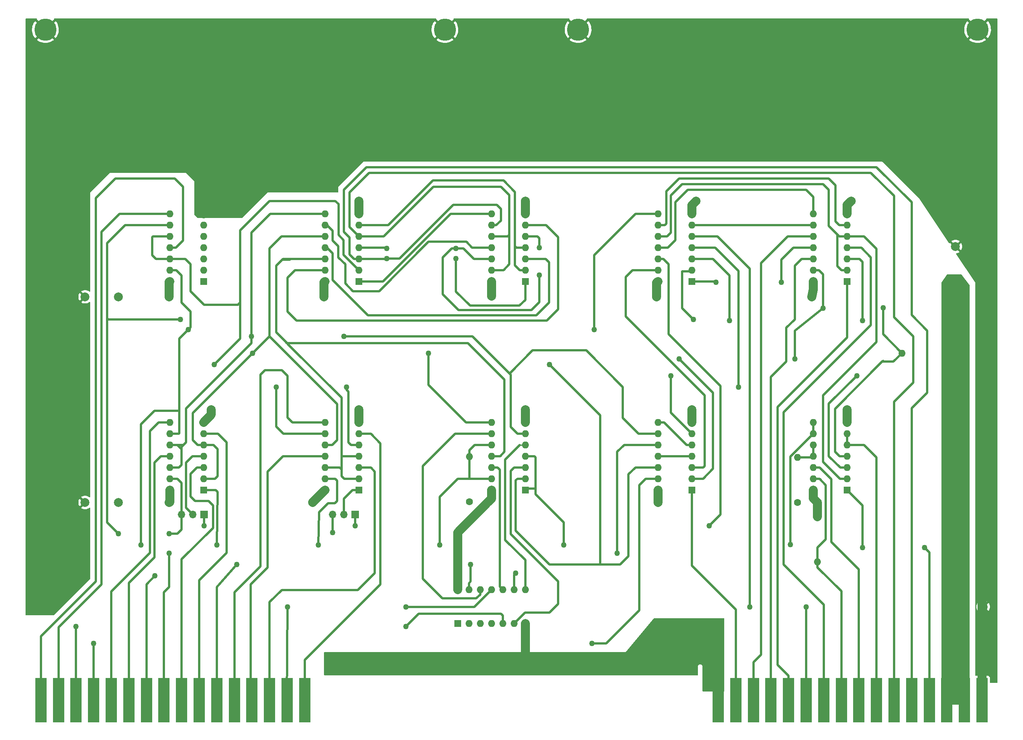
<source format=gbr>
%TF.GenerationSoftware,KiCad,Pcbnew,(6.0.4-0)*%
%TF.CreationDate,2024-04-14T14:55:46+10:00*%
%TF.ProjectId,Input:Output Interface,496e7075-743a-44f7-9574-70757420496e,rev?*%
%TF.SameCoordinates,Original*%
%TF.FileFunction,Copper,L2,Bot*%
%TF.FilePolarity,Positive*%
%FSLAX46Y46*%
G04 Gerber Fmt 4.6, Leading zero omitted, Abs format (unit mm)*
G04 Created by KiCad (PCBNEW (6.0.4-0)) date 2024-04-14 14:55:46*
%MOMM*%
%LPD*%
G01*
G04 APERTURE LIST*
%TA.AperFunction,ConnectorPad*%
%ADD10R,2.540000X10.000000*%
%TD*%
%TA.AperFunction,ComponentPad*%
%ADD11R,1.600000X1.600000*%
%TD*%
%TA.AperFunction,ComponentPad*%
%ADD12O,1.600000X1.600000*%
%TD*%
%TA.AperFunction,ComponentPad*%
%ADD13C,2.000000*%
%TD*%
%TA.AperFunction,ComponentPad*%
%ADD14C,1.600000*%
%TD*%
%TA.AperFunction,ComponentPad*%
%ADD15C,5.000000*%
%TD*%
%TA.AperFunction,ComponentPad*%
%ADD16R,1.700000X1.700000*%
%TD*%
%TA.AperFunction,ComponentPad*%
%ADD17O,1.700000X1.700000*%
%TD*%
%TA.AperFunction,ViaPad*%
%ADD18C,2.000000*%
%TD*%
%TA.AperFunction,ViaPad*%
%ADD19C,1.270000*%
%TD*%
%TA.AperFunction,Conductor*%
%ADD20C,2.000000*%
%TD*%
%TA.AperFunction,Conductor*%
%ADD21C,0.500000*%
%TD*%
%TA.AperFunction,Conductor*%
%ADD22C,0.250000*%
%TD*%
G04 APERTURE END LIST*
D10*
%TO.P,J4,1*%
%TO.N,GND*%
X286006000Y-214070000D03*
%TO.P,J4,2*%
%TO.N,+5V*%
X282043600Y-214070000D03*
%TO.P,J4,3*%
X278081200Y-214070000D03*
%TO.P,J4,4*%
%TO.N,A-BUS*%
X274118800Y-214070000D03*
%TO.P,J4,5*%
%TO.N,I_O_DEVICE_SELECT*%
X270156400Y-214070000D03*
%TO.P,J4,6*%
%TO.N,I_O_GATING*%
X266194000Y-214070000D03*
%TO.P,J4,7*%
%TO.N,~{CLR_IOT_FLAG}*%
X262231600Y-214070000D03*
%TO.P,J4,8*%
%TO.N,SKIP_ON_IOT_FLAG*%
X258269200Y-214070000D03*
%TO.P,J4,9*%
%TO.N,~{IOT_SKIP}*%
X254306800Y-214070000D03*
%TO.P,J4,10*%
%TO.N,MCP*%
X250344400Y-214070000D03*
%TO.P,J4,11*%
%TO.N,~{IOT_SHIFT}*%
X246382000Y-214070000D03*
%TO.P,J4,12*%
%TO.N,AC_BIT_0*%
X242419600Y-214070000D03*
%TO.P,J4,13*%
%TO.N,T13*%
X238457200Y-214070000D03*
%TO.P,J4,14*%
%TO.N,T2-9*%
X234494800Y-214070000D03*
%TO.P,J4,15*%
%TO.N,T1*%
X230532400Y-214070000D03*
%TO.P,J4,16*%
%TO.N,GND*%
X226570000Y-214070000D03*
%TD*%
D11*
%TO.P,U2,1*%
%TO.N,Net-(U2-Pad1)*%
X145620000Y-119740000D03*
D12*
%TO.P,U2,2*%
%TO.N,Net-(U1-Pad10)*%
X145620000Y-117200000D03*
%TO.P,U2,3*%
%TO.N,I_O_DEVICE_SELECT*%
X145620000Y-114660000D03*
%TO.P,U2,4*%
%TO.N,Net-(U2-Pad4)*%
X145620000Y-112120000D03*
%TO.P,U2,5*%
%TO.N,I_O_GATING*%
X145620000Y-109580000D03*
%TO.P,U2,6*%
%TO.N,Net-(U2-Pad6)*%
X145620000Y-107040000D03*
%TO.P,U2,7,GND*%
%TO.N,GND*%
X145620000Y-104500000D03*
%TO.P,U2,8*%
%TO.N,Net-(U2-Pad8)*%
X138000000Y-104500000D03*
%TO.P,U2,9*%
%TO.N,Net-(U3-Pad11)*%
X138000000Y-107040000D03*
%TO.P,U2,10*%
%TO.N,Net-(U2-Pad10)*%
X138000000Y-109580000D03*
%TO.P,U2,11*%
%TO.N,Net-(U2-Pad11)*%
X138000000Y-112120000D03*
%TO.P,U2,12*%
%TO.N,Net-(U2-Pad12)*%
X138000000Y-114660000D03*
%TO.P,U2,13*%
%TO.N,Net-(U2-Pad13)*%
X138000000Y-117200000D03*
%TO.P,U2,14,VCC*%
%TO.N,+5V*%
X138000000Y-119740000D03*
%TD*%
D11*
%TO.P,U3,1*%
%TO.N,I_O_DEVICE_SELECT*%
X183120000Y-119740000D03*
D12*
%TO.P,U3,2*%
%TO.N,Net-(U2-Pad6)*%
X183120000Y-117200000D03*
%TO.P,U3,3*%
%TO.N,Net-(U2-Pad11)*%
X183120000Y-114660000D03*
%TO.P,U3,4*%
%TO.N,Net-(U2-Pad6)*%
X183120000Y-112120000D03*
%TO.P,U3,5*%
%TO.N,Net-(U2-Pad4)*%
X183120000Y-109580000D03*
%TO.P,U3,6*%
%TO.N,Net-(U2-Pad13)*%
X183120000Y-107040000D03*
%TO.P,U3,7,GND*%
%TO.N,GND*%
X183120000Y-104500000D03*
%TO.P,U3,8*%
%TO.N,Net-(U2-Pad1)*%
X175500000Y-104500000D03*
%TO.P,U3,9*%
%TO.N,I_O_DEVICE_SELECT*%
X175500000Y-107040000D03*
%TO.P,U3,10*%
%TO.N,I_O_GATING*%
X175500000Y-109580000D03*
%TO.P,U3,11*%
%TO.N,Net-(U3-Pad11)*%
X175500000Y-112120000D03*
%TO.P,U3,12*%
%TO.N,Net-(U2-Pad4)*%
X175500000Y-114660000D03*
%TO.P,U3,13*%
%TO.N,I_O_GATING*%
X175500000Y-117200000D03*
%TO.P,U3,14,VCC*%
%TO.N,+5V*%
X175500000Y-119740000D03*
%TD*%
D11*
%TO.P,U4,1*%
%TO.N,Net-(U4-Pad1)*%
X220620000Y-119740000D03*
D12*
%TO.P,U4,2*%
%TO.N,Net-(U1-Pad9)*%
X220620000Y-117200000D03*
%TO.P,U4,3*%
%TO.N,Net-(U4-Pad3)*%
X220620000Y-114660000D03*
%TO.P,U4,4*%
%TO.N,Net-(U4-Pad4)*%
X220620000Y-112120000D03*
%TO.P,U4,5*%
%TO.N,~{IOT_SHIFT}*%
X220620000Y-109580000D03*
%TO.P,U4,6*%
%TO.N,Net-(U4-Pad6)*%
X220620000Y-107040000D03*
%TO.P,U4,7,GND*%
%TO.N,GND*%
X220620000Y-104500000D03*
%TO.P,U4,8*%
%TO.N,/MCP_CLK*%
X213000000Y-104500000D03*
%TO.P,U4,9*%
%TO.N,Net-(U4-Pad9)*%
X213000000Y-107040000D03*
%TO.P,U4,10*%
%TO.N,Net-(U10-Pad2)*%
X213000000Y-109580000D03*
%TO.P,U4,11*%
%TO.N,Net-(U4-Pad11)*%
X213000000Y-112120000D03*
%TO.P,U4,12*%
%TO.N,Net-(U4-Pad12)*%
X213000000Y-114660000D03*
%TO.P,U4,13*%
%TO.N,Net-(U4-Pad13)*%
X213000000Y-117200000D03*
%TO.P,U4,14,VCC*%
%TO.N,+5V*%
X213000000Y-119740000D03*
%TD*%
D11*
%TO.P,U5,1*%
%TO.N,AC_BIT_0*%
X255620000Y-119740000D03*
D12*
%TO.P,U5,2*%
%TO.N,Net-(U10-Pad2)*%
X255620000Y-117200000D03*
%TO.P,U5,3*%
%TO.N,Net-(U4-Pad3)*%
X255620000Y-114660000D03*
%TO.P,U5,4*%
%TO.N,MCP*%
X255620000Y-112120000D03*
%TO.P,U5,5*%
%TO.N,Net-(U10-Pad2)*%
X255620000Y-109580000D03*
%TO.P,U5,6*%
%TO.N,Net-(U4-Pad9)*%
X255620000Y-107040000D03*
%TO.P,U5,7,GND*%
%TO.N,GND*%
X255620000Y-104500000D03*
%TO.P,U5,8*%
%TO.N,Net-(U4-Pad11)*%
X248000000Y-104500000D03*
%TO.P,U5,9*%
%TO.N,Net-(U4-Pad6)*%
X248000000Y-107040000D03*
%TO.P,U5,10*%
%TO.N,T2-9*%
X248000000Y-109580000D03*
%TO.P,U5,11*%
%TO.N,Net-(U4-Pad1)*%
X248000000Y-112120000D03*
%TO.P,U5,12*%
%TO.N,T13*%
X248000000Y-114660000D03*
%TO.P,U5,13*%
%TO.N,Net-(U10-Pad4)*%
X248000000Y-117200000D03*
%TO.P,U5,14,VCC*%
%TO.N,+5V*%
X248000000Y-119740000D03*
%TD*%
D11*
%TO.P,U8,1*%
%TO.N,Net-(U10-Pad8)*%
X183120000Y-166740000D03*
D12*
%TO.P,U8,2*%
%TO.N,Net-(U1-Pad10)*%
X183120000Y-164200000D03*
%TO.P,U8,3*%
%TO.N,Net-(U11-Pad6)*%
X183120000Y-161660000D03*
%TO.P,U8,4*%
%TO.N,Net-(U10-Pad8)*%
X183120000Y-159120000D03*
%TO.P,U8,5*%
%TO.N,Net-(U11-Pad8)*%
X183120000Y-156580000D03*
%TO.P,U8,6*%
%TO.N,Net-(U2-Pad8)*%
X183120000Y-154040000D03*
%TO.P,U8,7,GND*%
%TO.N,GND*%
X183120000Y-151500000D03*
%TO.P,U8,8*%
%TO.N,Net-(U2-Pad10)*%
X175500000Y-151500000D03*
%TO.P,U8,9*%
%TO.N,Net-(U11-Pad12)*%
X175500000Y-154040000D03*
%TO.P,U8,10*%
%TO.N,Net-(U10-Pad8)*%
X175500000Y-156580000D03*
%TO.P,U8,11*%
%TO.N,Net-(U2-Pad12)*%
X175500000Y-159120000D03*
%TO.P,U8,12*%
%TO.N,Net-(U11-Pad10)*%
X175500000Y-161660000D03*
%TO.P,U8,13*%
%TO.N,Net-(U10-Pad8)*%
X175500000Y-164200000D03*
%TO.P,U8,14,VCC*%
%TO.N,+5V*%
X175500000Y-166740000D03*
%TD*%
D11*
%TO.P,U10,1*%
%TO.N,A-BUS*%
X255620000Y-166740000D03*
D12*
%TO.P,U10,2*%
%TO.N,Net-(U10-Pad2)*%
X255620000Y-164200000D03*
%TO.P,U10,3*%
%TO.N,Net-(U10-Pad3)*%
X255620000Y-161660000D03*
%TO.P,U10,4*%
%TO.N,Net-(U10-Pad4)*%
X255620000Y-159120000D03*
%TO.P,U10,5*%
%TO.N,~{CLR_IOT_FLAG}*%
X255620000Y-156580000D03*
%TO.P,U10,6*%
X255620000Y-154040000D03*
%TO.P,U10,7,GND*%
%TO.N,GND*%
X255620000Y-151500000D03*
%TO.P,U10,8*%
%TO.N,Net-(U10-Pad8)*%
X248000000Y-151500000D03*
%TO.P,U10,9*%
X248000000Y-154040000D03*
%TO.P,U10,10*%
%TO.N,Net-(U10-Pad10)*%
X248000000Y-156580000D03*
%TO.P,U10,11*%
X248000000Y-159120000D03*
%TO.P,U10,12*%
%TO.N,SKIP_ON_IOT_FLAG*%
X248000000Y-161660000D03*
%TO.P,U10,13*%
%TO.N,~{IOT_SKIP}*%
X248000000Y-164200000D03*
%TO.P,U10,14,VCC*%
%TO.N,+5V*%
X248000000Y-166740000D03*
%TD*%
D11*
%TO.P,U11,1*%
%TO.N,N/C*%
X167880000Y-196800000D03*
D12*
%TO.P,U11,2*%
X170420000Y-196800000D03*
%TO.P,U11,3*%
X172960000Y-196800000D03*
%TO.P,U11,4*%
X175500000Y-196800000D03*
%TO.P,U11,5*%
%TO.N,I_D0_~{FLAG}*%
X178040000Y-196800000D03*
%TO.P,U11,6*%
%TO.N,Net-(U11-Pad6)*%
X180580000Y-196800000D03*
%TO.P,U11,7,GND*%
%TO.N,GND*%
X183120000Y-196800000D03*
%TO.P,U11,8*%
%TO.N,Net-(U11-Pad8)*%
X183120000Y-189180000D03*
%TO.P,U11,9*%
%TO.N,I_D1_~{FLAG}*%
X180580000Y-189180000D03*
%TO.P,U11,10*%
%TO.N,Net-(U11-Pad10)*%
X178040000Y-189180000D03*
%TO.P,U11,11*%
%TO.N,O_D1_~{FLAG}*%
X175500000Y-189180000D03*
%TO.P,U11,12*%
%TO.N,Net-(U11-Pad12)*%
X172960000Y-189180000D03*
%TO.P,U11,13*%
%TO.N,O_D0_~{FLAG}*%
X170420000Y-189180000D03*
%TO.P,U11,14,VCC*%
%TO.N,+5V*%
X167880000Y-189180000D03*
%TD*%
D11*
%TO.P,U1,1*%
%TO.N,unconnected-(U1-Pad1)*%
X110620000Y-119740000D03*
D12*
%TO.P,U1,2*%
%TO.N,unconnected-(U1-Pad2)*%
X110620000Y-117200000D03*
%TO.P,U1,3*%
%TO.N,unconnected-(U1-Pad3)*%
X110620000Y-114660000D03*
%TO.P,U1,4*%
%TO.N,unconnected-(U1-Pad4)*%
X110620000Y-112120000D03*
%TO.P,U1,5*%
%TO.N,unconnected-(U1-Pad5)*%
X110620000Y-109580000D03*
%TO.P,U1,6*%
%TO.N,unconnected-(U1-Pad6)*%
X110620000Y-107040000D03*
%TO.P,U1,7,GND*%
%TO.N,GND*%
X110620000Y-104500000D03*
%TO.P,U1,8*%
%TO.N,I_D0_~{FLAG_RESET}*%
X103000000Y-104500000D03*
%TO.P,U1,9*%
%TO.N,Net-(U1-Pad9)*%
X103000000Y-107040000D03*
%TO.P,U1,10*%
%TO.N,Net-(U1-Pad10)*%
X103000000Y-109580000D03*
%TO.P,U1,11*%
%TO.N,I_D0_~{CLOCK}*%
X103000000Y-112120000D03*
%TO.P,U1,12*%
%TO.N,Net-(U1-Pad10)*%
X103000000Y-114660000D03*
%TO.P,U1,13*%
%TO.N,/MCP_CLK*%
X103000000Y-117200000D03*
%TO.P,U1,14,VCC*%
%TO.N,+5V*%
X103000000Y-119740000D03*
%TD*%
D11*
%TO.P,U6,1*%
%TO.N,/MCP_CLK*%
X110620000Y-166740000D03*
D12*
%TO.P,U6,2*%
%TO.N,Net-(U2-Pad10)*%
X110620000Y-164200000D03*
%TO.P,U6,3*%
%TO.N,O_D0_~{CLOCK}*%
X110620000Y-161660000D03*
%TO.P,U6,4*%
%TO.N,Net-(U6-Pad4)*%
X110620000Y-159120000D03*
%TO.P,U6,5*%
%TO.N,Net-(U2-Pad10)*%
X110620000Y-156580000D03*
%TO.P,U6,6*%
%TO.N,O_D0_~{FLAG_RESET}*%
X110620000Y-154040000D03*
%TO.P,U6,7,GND*%
%TO.N,GND*%
X110620000Y-151500000D03*
%TO.P,U6,8*%
%TO.N,I_D1_~{CLOCK}*%
X103000000Y-151500000D03*
%TO.P,U6,9*%
%TO.N,/MCP_CLK*%
X103000000Y-154040000D03*
%TO.P,U6,10*%
%TO.N,Net-(U2-Pad8)*%
X103000000Y-156580000D03*
%TO.P,U6,11*%
%TO.N,I_D1_~{FLAG_RESET}*%
X103000000Y-159120000D03*
%TO.P,U6,12*%
%TO.N,Net-(U2-Pad8)*%
X103000000Y-161660000D03*
%TO.P,U6,13*%
%TO.N,Net-(U1-Pad9)*%
X103000000Y-164200000D03*
%TO.P,U6,14,VCC*%
%TO.N,+5V*%
X103000000Y-166740000D03*
%TD*%
D11*
%TO.P,U9,1*%
%TO.N,T1*%
X220620000Y-166740000D03*
D12*
%TO.P,U9,2*%
%TO.N,Net-(U10-Pad4)*%
X220620000Y-164200000D03*
%TO.P,U9,3*%
%TO.N,Net-(U4-Pad13)*%
X220620000Y-161660000D03*
%TO.P,U9,4*%
%TO.N,Net-(U9-Pad11)*%
X220620000Y-159120000D03*
%TO.P,U9,5*%
%TO.N,Net-(U9-Pad5)*%
X220620000Y-156580000D03*
%TO.P,U9,6*%
%TO.N,Net-(U10-Pad3)*%
X220620000Y-154040000D03*
%TO.P,U9,7,GND*%
%TO.N,GND*%
X220620000Y-151500000D03*
%TO.P,U9,8*%
%TO.N,Net-(U9-Pad5)*%
X213000000Y-151500000D03*
%TO.P,U9,9*%
%TO.N,Net-(U2-Pad8)*%
X213000000Y-154040000D03*
%TO.P,U9,10*%
%TO.N,I_D1_~{DATA}*%
X213000000Y-156580000D03*
%TO.P,U9,11*%
%TO.N,Net-(U9-Pad11)*%
X213000000Y-159120000D03*
%TO.P,U9,12*%
%TO.N,Net-(U1-Pad10)*%
X213000000Y-161660000D03*
%TO.P,U9,13*%
%TO.N,I_D0_~{DATA}*%
X213000000Y-164200000D03*
%TO.P,U9,14,VCC*%
%TO.N,+5V*%
X213000000Y-166740000D03*
%TD*%
D11*
%TO.P,U7,1*%
%TO.N,Net-(U7-Pad1)*%
X145620000Y-166740000D03*
D12*
%TO.P,U7,2*%
%TO.N,Net-(U2-Pad12)*%
X145620000Y-164200000D03*
%TO.P,U7,3*%
%TO.N,O_D1_~{FLAG_RESET}*%
X145620000Y-161660000D03*
%TO.P,U7,4*%
%TO.N,Net-(U2-Pad12)*%
X145620000Y-159120000D03*
%TO.P,U7,5*%
%TO.N,Net-(U4-Pad4)*%
X145620000Y-156580000D03*
%TO.P,U7,6*%
%TO.N,O_D1_~{DATA}*%
X145620000Y-154040000D03*
%TO.P,U7,7,GND*%
%TO.N,GND*%
X145620000Y-151500000D03*
%TO.P,U7,8*%
%TO.N,O_D0_~{DATA}*%
X138000000Y-151500000D03*
%TO.P,U7,9*%
%TO.N,Net-(U4-Pad4)*%
X138000000Y-154040000D03*
%TO.P,U7,10*%
%TO.N,Net-(U2-Pad10)*%
X138000000Y-156580000D03*
%TO.P,U7,11*%
%TO.N,O_D1_~{CLOCK}*%
X138000000Y-159120000D03*
%TO.P,U7,12*%
%TO.N,Net-(U2-Pad12)*%
X138000000Y-161660000D03*
%TO.P,U7,13*%
%TO.N,/MCP_CLK*%
X138000000Y-164200000D03*
%TO.P,U7,14,VCC*%
%TO.N,+5V*%
X138000000Y-166740000D03*
%TD*%
D10*
%TO.P,J3,1*%
%TO.N,O_D1_~{DATA}*%
X133413200Y-214078000D03*
%TO.P,J3,2*%
%TO.N,O_D1_~{FLAG}*%
X129450800Y-214078000D03*
%TO.P,J3,3*%
%TO.N,O_D1_~{FLAG_RESET}*%
X125488400Y-214078000D03*
%TO.P,J3,4*%
%TO.N,O_D1_~{CLOCK}*%
X121526000Y-214078000D03*
%TO.P,J3,5*%
%TO.N,O_D0_~{DATA}*%
X117563600Y-214078000D03*
%TO.P,J3,6*%
%TO.N,O_D0_~{FLAG}*%
X113601200Y-214078000D03*
%TO.P,J3,7*%
%TO.N,O_D0_~{FLAG_RESET}*%
X109638800Y-214078000D03*
%TO.P,J3,8*%
%TO.N,O_D0_~{CLOCK}*%
X105676400Y-214078000D03*
%TO.P,J3,9*%
%TO.N,I_D1_~{DATA}*%
X101714000Y-214078000D03*
%TO.P,J3,10*%
%TO.N,I_D1_~{FLAG}*%
X97751600Y-214078000D03*
%TO.P,J3,11*%
%TO.N,I_D1_~{FLAG_RESET}*%
X93789200Y-214078000D03*
%TO.P,J3,12*%
%TO.N,I_D1_~{CLOCK}*%
X89826800Y-214078000D03*
%TO.P,J3,13*%
%TO.N,I_D0_~{DATA}*%
X85864400Y-214078000D03*
%TO.P,J3,14*%
%TO.N,I_D0_~{FLAG}*%
X81902000Y-214078000D03*
%TO.P,J3,15*%
%TO.N,I_D0_~{FLAG_RESET}*%
X77939600Y-214078000D03*
%TO.P,J3,16*%
%TO.N,I_D0_~{CLOCK}*%
X73977200Y-214078000D03*
%TD*%
D13*
%TO.P,C1,1*%
%TO.N,+5V*%
X91440000Y-123190000D03*
%TO.P,C1,2*%
%TO.N,GND*%
X83940000Y-123190000D03*
%TD*%
%TO.P,C2,1*%
%TO.N,+5V*%
X91440000Y-169545000D03*
%TO.P,C2,2*%
%TO.N,GND*%
X83940000Y-169545000D03*
%TD*%
%TO.P,C3,1*%
%TO.N,+5V*%
X280035000Y-119380000D03*
%TO.P,C3,2*%
%TO.N,GND*%
X280035000Y-111880000D03*
%TD*%
%TO.P,C4,1*%
%TO.N,+5V*%
X278765000Y-193040000D03*
%TO.P,C4,2*%
%TO.N,GND*%
X286265000Y-193040000D03*
%TD*%
D14*
%TO.P,R1,1*%
%TO.N,+5V*%
X170500000Y-169360000D03*
D12*
%TO.P,R1,2*%
%TO.N,Net-(U10-Pad8)*%
X170500000Y-159200000D03*
%TD*%
D14*
%TO.P,R2,1*%
%TO.N,+5V*%
X244475000Y-169545000D03*
D12*
%TO.P,R2,2*%
%TO.N,Net-(U10-Pad10)*%
X244475000Y-159385000D03*
%TD*%
D14*
%TO.P,R3,1*%
%TO.N,+5V*%
X248920000Y-172720000D03*
D12*
%TO.P,R3,2*%
%TO.N,~{IOT_SKIP}*%
X248920000Y-182880000D03*
%TD*%
D14*
%TO.P,R4,1*%
%TO.N,+5V*%
X278130000Y-135890000D03*
D12*
%TO.P,R4,2*%
%TO.N,Net-(U10-Pad4)*%
X267970000Y-135890000D03*
%TD*%
D15*
%TO.P,H1,1*%
%TO.N,GND*%
X75000000Y-63000000D03*
X165000000Y-63000000D03*
%TD*%
%TO.P,H2,1*%
%TO.N,GND*%
X195000000Y-63000000D03*
X285000000Y-63000000D03*
%TD*%
D16*
%TO.P,J1,1,Pin_1*%
%TO.N,Net-(U4-Pad12)*%
X110744000Y-172212000D03*
D17*
%TO.P,J1,2,Pin_2*%
%TO.N,Net-(U6-Pad4)*%
X108204000Y-172212000D03*
%TO.P,J1,3,Pin_3*%
%TO.N,Net-(U1-Pad9)*%
X105664000Y-172212000D03*
%TD*%
D16*
%TO.P,J2,1,Pin_1*%
%TO.N,Net-(U4-Pad12)*%
X144780000Y-172212000D03*
D17*
%TO.P,J2,2,Pin_2*%
%TO.N,Net-(U7-Pad1)*%
X142240000Y-172212000D03*
%TO.P,J2,3,Pin_3*%
%TO.N,Net-(U1-Pad9)*%
X139700000Y-172212000D03*
%TD*%
D18*
%TO.N,GND*%
X112395000Y-148590000D03*
X256540000Y-101600000D03*
X111125000Y-101600000D03*
X145600000Y-148600000D03*
X255600000Y-148590000D03*
X286006000Y-200404000D03*
X220600000Y-148590000D03*
X145600000Y-101600000D03*
X225425000Y-200025000D03*
X221615000Y-101600000D03*
X286385000Y-101600000D03*
X82550000Y-101600000D03*
X286006000Y-148969000D03*
X183100000Y-148590000D03*
X183100000Y-101600000D03*
%TO.N,+5V*%
X248920000Y-169545000D03*
X137795000Y-123190000D03*
X280035000Y-123190000D03*
X247650000Y-123190000D03*
X174625000Y-169545000D03*
X280035000Y-169545000D03*
X212725000Y-123190000D03*
X213000000Y-169545000D03*
X135255000Y-169545000D03*
X102870000Y-169545000D03*
X102870000Y-123190000D03*
X175500000Y-123100000D03*
D19*
%TO.N,A-BUS*%
X259080000Y-179705000D03*
X273050000Y-179705000D03*
%TO.N,I_O_DEVICE_SELECT*%
X151915000Y-114590000D03*
X167500000Y-114600000D03*
%TO.N,~{IOT_SHIFT}*%
X233680000Y-193040000D03*
X246380000Y-193040000D03*
%TO.N,Net-(U2-Pad8)*%
X121412000Y-132080000D03*
X142240000Y-132080000D03*
%TO.N,Net-(U1-Pad10)*%
X113030000Y-138430000D03*
X188595000Y-138430000D03*
%TO.N,Net-(U2-Pad10)*%
X161290000Y-135890000D03*
X121666000Y-135890000D03*
%TO.N,Net-(U2-Pad4)*%
X167500000Y-112300000D03*
X151892000Y-112268000D03*
X186300000Y-118300000D03*
X186300000Y-112100000D03*
%TO.N,Net-(U4-Pad4)*%
X142875000Y-143510000D03*
X231140000Y-143510000D03*
X127000000Y-143510000D03*
%TO.N,Net-(U4-Pad3)*%
X259080000Y-128524000D03*
X229108000Y-128524000D03*
%TO.N,Net-(U4-Pad1)*%
X226060000Y-119888000D03*
X240792000Y-119888000D03*
%TO.N,Net-(U10-Pad3)*%
X257810000Y-140970000D03*
X215900000Y-140970000D03*
%TO.N,I_D1_~{FLAG}*%
X180975000Y-185420000D03*
X99695000Y-186055000D03*
%TO.N,O_D1_~{FLAG}*%
X156210000Y-193040000D03*
X129540000Y-193040000D03*
%TO.N,I_D0_~{FLAG}*%
X81915000Y-197485000D03*
X156210000Y-197485000D03*
%TO.N,O_D0_~{FLAG}*%
X170815000Y-183515000D03*
X118110000Y-183515000D03*
%TO.N,I_D0_~{DATA}*%
X198120000Y-201295000D03*
X85852000Y-201295000D03*
%TO.N,I_D1_~{DATA}*%
X203835000Y-180975000D03*
X102870000Y-180975000D03*
%TO.N,/MCP_CLK*%
X96520000Y-179070000D03*
X107188000Y-130556000D03*
X198628000Y-130556000D03*
X136525000Y-179070000D03*
X113665000Y-179070000D03*
%TO.N,Net-(U4-Pad12)*%
X110744000Y-174752000D03*
X224536000Y-174752000D03*
X144780000Y-174752000D03*
%TO.N,Net-(U1-Pad9)*%
X102870000Y-176530000D03*
X105410000Y-128270000D03*
X220980000Y-128270000D03*
X91440000Y-176530000D03*
X139700000Y-176276000D03*
%TO.N,Net-(U10-Pad8)*%
X191770000Y-179070000D03*
X242800000Y-179000000D03*
X163830000Y-179070000D03*
%TO.N,Net-(U10-Pad4)*%
X217805000Y-137160000D03*
X250190000Y-125730000D03*
X263705010Y-125716536D03*
X243840000Y-137160000D03*
%TD*%
D20*
%TO.N,GND*%
X286006000Y-200404000D02*
X286006000Y-112651000D01*
X220620000Y-104500000D02*
X220620000Y-102595000D01*
X226570000Y-209040000D02*
X225425000Y-207895000D01*
X145620000Y-151500000D02*
X145620000Y-148620000D01*
X286006000Y-214070000D02*
X286006000Y-200404000D01*
X220620000Y-151500000D02*
X220620000Y-148610000D01*
X110620000Y-104500000D02*
X110620000Y-102105000D01*
X183120000Y-101620000D02*
X183100000Y-101600000D01*
X112395000Y-149725000D02*
X110620000Y-151500000D01*
X225425000Y-207895000D02*
X225425000Y-200025000D01*
X220620000Y-148610000D02*
X220600000Y-148590000D01*
X145620000Y-104500000D02*
X145620000Y-101620000D01*
X220620000Y-102595000D02*
X221615000Y-101600000D01*
X255620000Y-104500000D02*
X255620000Y-102520000D01*
X286006000Y-112651000D02*
X286006000Y-101979000D01*
X255620000Y-102520000D02*
X256540000Y-101600000D01*
X110620000Y-102105000D02*
X111125000Y-101600000D01*
X145620000Y-148620000D02*
X145600000Y-148600000D01*
X183120000Y-104500000D02*
X183120000Y-101620000D01*
X183120000Y-196800000D02*
X183120000Y-204710000D01*
X255620000Y-148610000D02*
X255600000Y-148590000D01*
X286006000Y-101979000D02*
X286385000Y-101600000D01*
X255620000Y-151500000D02*
X255620000Y-148610000D01*
X226570000Y-214070000D02*
X226570000Y-209040000D01*
X183120000Y-148610000D02*
X183100000Y-148590000D01*
X112395000Y-148590000D02*
X112395000Y-149725000D01*
X145620000Y-101620000D02*
X145600000Y-101600000D01*
X183120000Y-151500000D02*
X183120000Y-148610000D01*
%TO.N,+5V*%
X248000000Y-121570000D02*
X248000000Y-119740000D01*
X135255000Y-169485000D02*
X138000000Y-166740000D01*
X175500000Y-119740000D02*
X175500000Y-123100000D01*
X278081200Y-214070000D02*
X278081200Y-171498800D01*
X213000000Y-166740000D02*
X213000000Y-169545000D01*
X175500000Y-168670000D02*
X174625000Y-169545000D01*
X175500000Y-166740000D02*
X175500000Y-168670000D01*
X167880000Y-189180000D02*
X167880000Y-176290000D01*
X248000000Y-166740000D02*
X248000000Y-168625000D01*
X137795000Y-123190000D02*
X137795000Y-119945000D01*
X103000000Y-169415000D02*
X102870000Y-169545000D01*
X137795000Y-119945000D02*
X138000000Y-119740000D01*
X167880000Y-176290000D02*
X174625000Y-169545000D01*
X278081200Y-171498800D02*
X280035000Y-169545000D01*
X212725000Y-120015000D02*
X213000000Y-119740000D01*
X248000000Y-168625000D02*
X248920000Y-169545000D01*
X103000000Y-166740000D02*
X103000000Y-169415000D01*
X102870000Y-119870000D02*
X103000000Y-119740000D01*
X278081200Y-214070000D02*
X282043600Y-214070000D01*
X135255000Y-169545000D02*
X135255000Y-169485000D01*
X102870000Y-123190000D02*
X102870000Y-119870000D01*
X212725000Y-123190000D02*
X212725000Y-120015000D01*
X247650000Y-123190000D02*
X248000000Y-121570000D01*
X248920000Y-169545000D02*
X248920000Y-172720000D01*
D21*
%TO.N,A-BUS*%
X274118800Y-214070000D02*
X274118800Y-180773800D01*
X259080000Y-170200000D02*
X255620000Y-166740000D01*
X259080000Y-179705000D02*
X259080000Y-170200000D01*
X274118800Y-180773800D02*
X273050000Y-179705000D01*
%TO.N,I_O_DEVICE_SELECT*%
X154810000Y-114590000D02*
X166900000Y-102500000D01*
X183120000Y-119740000D02*
X183120000Y-123880000D01*
X147320000Y-93980000D02*
X262255000Y-93980000D01*
X176700000Y-102500000D02*
X177600000Y-103400000D01*
X166900000Y-102500000D02*
X176700000Y-102500000D01*
X183120000Y-123880000D02*
X181800000Y-125200000D01*
X176560000Y-107040000D02*
X175500000Y-107040000D01*
X270156400Y-148308600D02*
X270156400Y-214070000D01*
X143510000Y-113665000D02*
X143510000Y-109855000D01*
X167440000Y-114660000D02*
X167500000Y-114600000D01*
X177600000Y-106000000D02*
X176560000Y-107040000D01*
X170700000Y-125200000D02*
X167500000Y-122000000D01*
X181800000Y-125200000D02*
X170700000Y-125200000D01*
X262255000Y-93980000D02*
X270156400Y-101881400D01*
X177600000Y-103400000D02*
X177600000Y-106000000D01*
X143510000Y-109855000D02*
X142240000Y-108585000D01*
X151915000Y-114590000D02*
X154810000Y-114590000D01*
X142240000Y-99060000D02*
X147320000Y-93980000D01*
X270156400Y-101881400D02*
X270156400Y-127281400D01*
X270156400Y-127281400D02*
X273685000Y-130810000D01*
X273685000Y-130810000D02*
X273685000Y-144780000D01*
X142240000Y-108585000D02*
X142240000Y-99060000D01*
X144505000Y-114660000D02*
X143510000Y-113665000D01*
X145620000Y-114660000D02*
X144505000Y-114660000D01*
X273685000Y-144780000D02*
X270156400Y-148308600D01*
X145620000Y-114660000D02*
X151845000Y-114660000D01*
X151845000Y-114660000D02*
X151915000Y-114590000D01*
X167500000Y-122000000D02*
X167500000Y-114600000D01*
%TO.N,I_O_GATING*%
X162400000Y-98400000D02*
X177600000Y-98400000D01*
X175500000Y-109580000D02*
X179120000Y-109580000D01*
X145620000Y-109580000D02*
X143510000Y-107470000D01*
X266194000Y-100459000D02*
X266194000Y-127764000D01*
X179500000Y-100300000D02*
X179500000Y-109200000D01*
X143510000Y-107470000D02*
X143510000Y-99695000D01*
X266194000Y-127764000D02*
X270510000Y-132080000D01*
X179500000Y-115900000D02*
X178200000Y-117200000D01*
X179500000Y-109200000D02*
X179500000Y-115900000D01*
X178200000Y-117200000D02*
X175500000Y-117200000D01*
X177600000Y-98400000D02*
X179500000Y-100300000D01*
X260985000Y-95250000D02*
X266194000Y-100459000D01*
X270510000Y-132080000D02*
X270510000Y-142498000D01*
X145620000Y-109580000D02*
X151220000Y-109580000D01*
X266194000Y-146814000D02*
X266194000Y-214070000D01*
X143510000Y-99695000D02*
X147955000Y-95250000D01*
X147955000Y-95250000D02*
X260985000Y-95250000D01*
X270510000Y-142498000D02*
X266194000Y-146814000D01*
X151220000Y-109580000D02*
X162400000Y-98400000D01*
X179120000Y-109580000D02*
X179500000Y-109200000D01*
%TO.N,~{CLR_IOT_FLAG}*%
X262255000Y-185420000D02*
X262255000Y-159385000D01*
X255620000Y-154040000D02*
X255620000Y-156580000D01*
X262231600Y-185443400D02*
X262255000Y-185420000D01*
X259450000Y-156580000D02*
X255620000Y-156580000D01*
X262255000Y-159385000D02*
X259450000Y-156580000D01*
X262231600Y-214070000D02*
X262231600Y-185443400D01*
%TO.N,SKIP_ON_IOT_FLAG*%
X252095000Y-178435000D02*
X252095000Y-164295000D01*
X258269200Y-214070000D02*
X258269200Y-184609200D01*
X249460000Y-161660000D02*
X248000000Y-161660000D01*
X252095000Y-164295000D02*
X249460000Y-161660000D01*
X258269200Y-184609200D02*
X252095000Y-178435000D01*
%TO.N,~{IOT_SKIP}*%
X250825000Y-165625000D02*
X249400000Y-164200000D01*
X249400000Y-164200000D02*
X248000000Y-164200000D01*
X254306800Y-214070000D02*
X254306800Y-189536800D01*
X248920000Y-184150000D02*
X254306800Y-189536800D01*
X248920000Y-179705000D02*
X250825000Y-177800000D01*
X250825000Y-177800000D02*
X250825000Y-165625000D01*
X248920000Y-182880000D02*
X248920000Y-179705000D01*
X248920000Y-182880000D02*
X248920000Y-184150000D01*
%TO.N,MCP*%
X260919989Y-124170046D02*
X260919989Y-129605011D01*
X260919989Y-129605011D02*
X241300000Y-149225000D01*
X258805000Y-112120000D02*
X260985000Y-114300000D01*
X241300000Y-183515000D02*
X250344400Y-192559400D01*
X241300000Y-149225000D02*
X241300000Y-183515000D01*
X255620000Y-112120000D02*
X258805000Y-112120000D01*
X260985000Y-124105035D02*
X260919989Y-124170046D01*
X250344400Y-192559400D02*
X250344400Y-214070000D01*
X260985000Y-114300000D02*
X260985000Y-124105035D01*
%TO.N,~{IOT_SHIFT}*%
X220620000Y-109580000D02*
X226420000Y-109580000D01*
X246382000Y-193042000D02*
X246380000Y-193040000D01*
X233680000Y-193040000D02*
X233680000Y-116840000D01*
X233680000Y-116840000D02*
X226420000Y-109580000D01*
X246382000Y-214070000D02*
X246382000Y-193042000D01*
%TO.N,AC_BIT_0*%
X255620000Y-119740000D02*
X255620000Y-132365000D01*
X239964989Y-206115389D02*
X242419600Y-208570000D01*
X242419600Y-208570000D02*
X242419600Y-214070000D01*
X239964989Y-148020011D02*
X239964989Y-206115389D01*
X255620000Y-132365000D02*
X239964989Y-148020011D01*
%TO.N,T13*%
X241935000Y-130175000D02*
X241935000Y-137795000D01*
X243840000Y-116205000D02*
X243840000Y-128270000D01*
X241935000Y-137795000D02*
X238457200Y-141272800D01*
X245385000Y-114660000D02*
X243840000Y-116205000D01*
X243840000Y-128270000D02*
X241935000Y-130175000D01*
X238457200Y-141272800D02*
X238457200Y-214070000D01*
X248000000Y-114660000D02*
X245385000Y-114660000D01*
%TO.N,T2-9*%
X242210000Y-109580000D02*
X236220000Y-115570000D01*
X236220000Y-115570000D02*
X236220000Y-203835000D01*
X248000000Y-109580000D02*
X242210000Y-109580000D01*
X236220000Y-203835000D02*
X234494800Y-205560200D01*
X234494800Y-205560200D02*
X234494800Y-214070000D01*
%TO.N,T1*%
X230532400Y-193702400D02*
X220620000Y-183790000D01*
X220620000Y-183790000D02*
X220620000Y-166740000D01*
X230532400Y-214070000D02*
X230532400Y-193702400D01*
%TO.N,Net-(U2-Pad1)*%
X151060000Y-119740000D02*
X166300000Y-104500000D01*
X166300000Y-104500000D02*
X175500000Y-104500000D01*
X145620000Y-119740000D02*
X151060000Y-119740000D01*
%TO.N,Net-(U2-Pad8)*%
X106680000Y-148336000D02*
X106680000Y-155956000D01*
X105664000Y-156972000D02*
X105664000Y-157480000D01*
X179578000Y-140462000D02*
X179832000Y-140716000D01*
X106056000Y-156580000D02*
X106235500Y-156400500D01*
X106680000Y-155956000D02*
X106235500Y-156400500D01*
X205105000Y-150495000D02*
X208650000Y-154040000D01*
X121412000Y-132080000D02*
X121412000Y-133604000D01*
X181345000Y-154040000D02*
X183120000Y-154040000D01*
X105664000Y-161036000D02*
X105664000Y-157480000D01*
X103000000Y-161660000D02*
X105040000Y-161660000D01*
X106235500Y-156400500D02*
X105664000Y-156972000D01*
X125624000Y-104500000D02*
X121412000Y-108712000D01*
X138000000Y-104500000D02*
X125624000Y-104500000D01*
X142240000Y-132080000D02*
X171196000Y-132080000D01*
X179832000Y-140716000D02*
X179832000Y-152527000D01*
X105040000Y-161660000D02*
X105664000Y-161036000D01*
X104764000Y-156580000D02*
X105664000Y-157480000D01*
X205105000Y-143510000D02*
X205105000Y-150495000D01*
X171196000Y-132080000D02*
X179578000Y-140462000D01*
X179578000Y-140462000D02*
X184785000Y-135255000D01*
X196850000Y-135255000D02*
X205105000Y-143510000D01*
X121412000Y-108712000D02*
X121412000Y-132080000D01*
X103000000Y-156580000D02*
X104764000Y-156580000D01*
X104764000Y-156580000D02*
X106056000Y-156580000D01*
X121412000Y-133604000D02*
X106680000Y-148336000D01*
X184785000Y-135255000D02*
X196850000Y-135255000D01*
X208650000Y-154040000D02*
X213000000Y-154040000D01*
X179832000Y-152527000D02*
X181345000Y-154040000D01*
%TO.N,Net-(U1-Pad10)*%
X107696000Y-121920000D02*
X107696000Y-115824000D01*
X125476000Y-101600000D02*
X140335000Y-101600000D01*
X140335000Y-101600000D02*
X141035011Y-102300011D01*
X180975000Y-175895000D02*
X188595000Y-183515000D01*
X118872000Y-108204000D02*
X125476000Y-101600000D01*
X107696000Y-115824000D02*
X106532000Y-114660000D01*
X118872000Y-132588000D02*
X118872000Y-124460000D01*
X99928000Y-114660000D02*
X99060000Y-113792000D01*
X99208000Y-109580000D02*
X103000000Y-109580000D01*
X200025000Y-149860000D02*
X200025000Y-183515000D01*
X141035011Y-109285011D02*
X142174989Y-110424989D01*
X113030000Y-138430000D02*
X118872000Y-132588000D01*
X118872000Y-124460000D02*
X118364000Y-124968000D01*
X99060000Y-113792000D02*
X99060000Y-109728000D01*
X118872000Y-124460000D02*
X118872000Y-108204000D01*
X183120000Y-164200000D02*
X181345000Y-164200000D01*
X118364000Y-124968000D02*
X110744000Y-124968000D01*
X141035011Y-102300011D02*
X141035011Y-109285011D01*
X180975000Y-175895000D02*
X180975000Y-164570000D01*
X188595000Y-183515000D02*
X200025000Y-183515000D01*
X213000000Y-161660000D02*
X207910000Y-161660000D01*
X207910000Y-161660000D02*
X206375000Y-163195000D01*
X144820001Y-116400001D02*
X145620000Y-117200000D01*
X99060000Y-109728000D02*
X99208000Y-109580000D01*
X204470000Y-183515000D02*
X206375000Y-181610000D01*
X142174989Y-110424989D02*
X142174989Y-113754989D01*
X206375000Y-163195000D02*
X206375000Y-181610000D01*
X180975000Y-164570000D02*
X181345000Y-164200000D01*
X103000000Y-114660000D02*
X99928000Y-114660000D01*
X106532000Y-114660000D02*
X103000000Y-114660000D01*
X142174989Y-113754989D02*
X144820001Y-116400001D01*
X110744000Y-124968000D02*
X107696000Y-121920000D01*
X204470000Y-183515000D02*
X200025000Y-183515000D01*
X188595000Y-138430000D02*
X200025000Y-149860000D01*
%TO.N,Net-(U2-Pad10)*%
X121666000Y-135890000D02*
X125476000Y-132080000D01*
X138000000Y-156580000D02*
X139584000Y-156580000D01*
X175500000Y-151500000D02*
X169788000Y-151500000D01*
X109336000Y-156580000D02*
X110620000Y-156580000D01*
X113792000Y-157480000D02*
X113792000Y-163576000D01*
X138000000Y-109580000D02*
X128164000Y-109580000D01*
X116840000Y-140716000D02*
X117602000Y-139954000D01*
X128164000Y-109580000D02*
X125476000Y-112268000D01*
X108204000Y-149352000D02*
X108204000Y-155448000D01*
X117602000Y-139954000D02*
X121666000Y-135890000D01*
X125476000Y-112268000D02*
X125476000Y-132080000D01*
X140716000Y-147320000D02*
X125476000Y-132080000D01*
X112892000Y-156580000D02*
X113792000Y-157480000D01*
X117602000Y-139954000D02*
X108204000Y-149352000D01*
X169788000Y-151500000D02*
X161290000Y-143002000D01*
X161290000Y-135890000D02*
X161290000Y-143002000D01*
X139584000Y-156580000D02*
X140716000Y-155448000D01*
X140716000Y-155448000D02*
X140716000Y-150876000D01*
X108204000Y-155448000D02*
X109336000Y-156580000D01*
X140716000Y-150876000D02*
X140716000Y-147320000D01*
X113792000Y-163576000D02*
X113168000Y-164200000D01*
X110620000Y-156580000D02*
X112892000Y-156580000D01*
X113168000Y-164200000D02*
X110620000Y-164200000D01*
%TO.N,Net-(U2-Pad4)*%
X171560000Y-114660000D02*
X169200000Y-112300000D01*
X184500000Y-126200000D02*
X186300000Y-124400000D01*
X167500000Y-112300000D02*
X166500000Y-112300000D01*
X185880000Y-109580000D02*
X183120000Y-109580000D01*
X168100000Y-126200000D02*
X184500000Y-126200000D01*
X164500000Y-122600000D02*
X168100000Y-126200000D01*
X166500000Y-112300000D02*
X164500000Y-114300000D01*
X186300000Y-124400000D02*
X186300000Y-118300000D01*
X151744000Y-112120000D02*
X151892000Y-112268000D01*
X164500000Y-114300000D02*
X164500000Y-122600000D01*
X175500000Y-114660000D02*
X171560000Y-114660000D01*
X186300000Y-112100000D02*
X186300000Y-110000000D01*
X169200000Y-112300000D02*
X167500000Y-112300000D01*
X186300000Y-110000000D02*
X185880000Y-109580000D01*
X175443004Y-114716996D02*
X175500000Y-114660000D01*
X145620000Y-112120000D02*
X151744000Y-112120000D01*
%TO.N,Net-(U2-Pad11)*%
X185631989Y-127355011D02*
X147675011Y-127355011D01*
X188468000Y-115443000D02*
X188468000Y-124519000D01*
X188468000Y-124519000D02*
X185631989Y-127355011D01*
X139700000Y-113420000D02*
X138400000Y-112120000D01*
X138400000Y-112120000D02*
X138000000Y-112120000D01*
X147675011Y-127355011D02*
X139700000Y-119380000D01*
X187685000Y-114660000D02*
X188468000Y-115443000D01*
X187685000Y-114660000D02*
X183120000Y-114660000D01*
X139700000Y-119380000D02*
X139700000Y-113420000D01*
%TO.N,Net-(U2-Pad12)*%
X130196000Y-114660000D02*
X130048000Y-114808000D01*
X129349500Y-133540500D02*
X129667000Y-133858000D01*
X170180000Y-133604000D02*
X130556000Y-133604000D01*
X128397000Y-114808000D02*
X127635000Y-115570000D01*
X129667000Y-133858000D02*
X141732000Y-145923000D01*
X141732000Y-163576000D02*
X142356000Y-164200000D01*
X142356000Y-164200000D02*
X145620000Y-164200000D01*
X138000000Y-161660000D02*
X141340000Y-161660000D01*
X178435000Y-158115000D02*
X178435000Y-141859000D01*
X130556000Y-133604000D02*
X129921000Y-133604000D01*
X127635000Y-115570000D02*
X127000000Y-116205000D01*
X141732000Y-145923000D02*
X141732000Y-159004000D01*
X175500000Y-159120000D02*
X177430000Y-159120000D01*
X138000000Y-114660000D02*
X128545000Y-114660000D01*
X141848000Y-159120000D02*
X141732000Y-159004000D01*
X141732000Y-159004000D02*
X141732000Y-162052000D01*
X138000000Y-114660000D02*
X130196000Y-114660000D01*
X128545000Y-114660000D02*
X127635000Y-115570000D01*
X127000000Y-116205000D02*
X127000000Y-131191000D01*
X145620000Y-159120000D02*
X141848000Y-159120000D01*
X177430000Y-159120000D02*
X178435000Y-158115000D01*
X178435000Y-141859000D02*
X170180000Y-133604000D01*
X130048000Y-114808000D02*
X128397000Y-114808000D01*
X141732000Y-162052000D02*
X141732000Y-163576000D01*
X129413000Y-133604000D02*
X128714500Y-132905500D01*
X130556000Y-133604000D02*
X129413000Y-133604000D01*
X129921000Y-133604000D02*
X129667000Y-133858000D01*
X127000000Y-131191000D02*
X128714500Y-132905500D01*
X128714500Y-132905500D02*
X129349500Y-133540500D01*
X141340000Y-161660000D02*
X141732000Y-162052000D01*
%TO.N,Net-(U2-Pad6)*%
X181900000Y-117200000D02*
X183120000Y-117200000D01*
X152260000Y-107040000D02*
X162300000Y-97000000D01*
X181120000Y-112120000D02*
X180800000Y-111800000D01*
X180800000Y-99600000D02*
X180800000Y-111800000D01*
X145620000Y-107040000D02*
X152260000Y-107040000D01*
X183120000Y-112120000D02*
X181120000Y-112120000D01*
X162300000Y-97000000D02*
X178200000Y-97000000D01*
X180800000Y-116100000D02*
X181900000Y-117200000D01*
X180800000Y-111800000D02*
X180800000Y-116100000D01*
X178200000Y-97000000D02*
X180800000Y-99600000D01*
%TO.N,Net-(U2-Pad13)*%
X190500000Y-109728000D02*
X190500000Y-125984000D01*
X187960000Y-128524000D02*
X131572000Y-128524000D01*
X187812000Y-107040000D02*
X190500000Y-109728000D01*
X190500000Y-125984000D02*
X187960000Y-128524000D01*
X131212000Y-117200000D02*
X138000000Y-117200000D01*
X187812000Y-107040000D02*
X183120000Y-107040000D01*
X131572000Y-128524000D02*
X129540000Y-126492000D01*
X129540000Y-126492000D02*
X129540000Y-118872000D01*
X129540000Y-118872000D02*
X131212000Y-117200000D01*
%TO.N,Net-(U4-Pad13)*%
X220620000Y-161660000D02*
X223150000Y-161660000D01*
X223520000Y-161290000D02*
X223520000Y-145415000D01*
X223150000Y-161660000D02*
X223520000Y-161290000D01*
X205740000Y-118745000D02*
X207285000Y-117200000D01*
X207285000Y-117200000D02*
X213000000Y-117200000D01*
X223520000Y-145415000D02*
X205740000Y-127635000D01*
X205740000Y-127635000D02*
X205740000Y-118745000D01*
%TO.N,Net-(U4-Pad6)*%
X220620000Y-107040000D02*
X248000000Y-107040000D01*
%TO.N,Net-(U4-Pad11)*%
X216916000Y-101854000D02*
X219710000Y-99060000D01*
X248000000Y-100680000D02*
X248000000Y-104500000D01*
X216916000Y-110448000D02*
X216916000Y-101854000D01*
X213000000Y-112120000D02*
X215244000Y-112120000D01*
X219710000Y-99060000D02*
X246380000Y-99060000D01*
X246380000Y-99060000D02*
X248000000Y-100680000D01*
X215244000Y-112120000D02*
X216916000Y-110448000D01*
%TO.N,Net-(U4-Pad4)*%
X231140000Y-117348000D02*
X225912000Y-112120000D01*
X127000000Y-152400000D02*
X128640000Y-154040000D01*
X142875000Y-144145000D02*
X143256000Y-144526000D01*
X231140000Y-143510000D02*
X231140000Y-117348000D01*
X143256000Y-144526000D02*
X143256000Y-155956000D01*
X143256000Y-155956000D02*
X143880000Y-156580000D01*
X127000000Y-143510000D02*
X127000000Y-152400000D01*
X143880000Y-156580000D02*
X145620000Y-156580000D01*
X142875000Y-143510000D02*
X142875000Y-144145000D01*
X128640000Y-154040000D02*
X138000000Y-154040000D01*
X225912000Y-112120000D02*
X220620000Y-112120000D01*
%TO.N,Net-(U10-Pad2)*%
X262255000Y-112395000D02*
X259440000Y-109580000D01*
X250190000Y-97790000D02*
X251460000Y-99060000D01*
X254360000Y-117200000D02*
X255620000Y-117200000D01*
X215032000Y-109580000D02*
X215900000Y-108712000D01*
X250200000Y-160400000D02*
X250200000Y-145405000D01*
X253852000Y-109580000D02*
X255620000Y-109580000D01*
X253428500Y-109156500D02*
X253428500Y-116268500D01*
X251460000Y-107188000D02*
X253428500Y-109156500D01*
X251460000Y-99060000D02*
X251460000Y-107188000D01*
X215900000Y-108712000D02*
X215900000Y-100330000D01*
X254000000Y-164200000D02*
X250200000Y-160400000D01*
X250200000Y-145405000D02*
X262255000Y-133350000D01*
X255620000Y-164200000D02*
X254000000Y-164200000D01*
X253428500Y-109156500D02*
X253852000Y-109580000D01*
X253428500Y-116268500D02*
X254360000Y-117200000D01*
X259440000Y-109580000D02*
X255620000Y-109580000D01*
X215900000Y-100330000D02*
X218440000Y-97790000D01*
X218440000Y-97790000D02*
X250190000Y-97790000D01*
X213000000Y-109580000D02*
X215032000Y-109580000D01*
X262255000Y-133350000D02*
X262255000Y-112395000D01*
%TO.N,Net-(U4-Pad3)*%
X229108000Y-118364000D02*
X229108000Y-128524000D01*
X259080000Y-115316000D02*
X258424000Y-114660000D01*
X259080000Y-128524000D02*
X259080000Y-115316000D01*
X225404000Y-114660000D02*
X229108000Y-118364000D01*
X220620000Y-114660000D02*
X225404000Y-114660000D01*
X258424000Y-114660000D02*
X255620000Y-114660000D01*
%TO.N,Net-(U4-Pad9)*%
X213000000Y-107040000D02*
X214524000Y-107040000D01*
X217805000Y-96520000D02*
X251460000Y-96520000D01*
X214884000Y-106680000D02*
X214884000Y-99441000D01*
X214884000Y-99441000D02*
X217805000Y-96520000D01*
X252984000Y-106172000D02*
X253852000Y-107040000D01*
X214524000Y-107040000D02*
X214884000Y-106680000D01*
X253852000Y-107040000D02*
X255620000Y-107040000D01*
X252984000Y-98044000D02*
X252984000Y-106172000D01*
X251460000Y-96520000D02*
X252984000Y-98044000D01*
%TO.N,Net-(U4-Pad1)*%
X240792000Y-119888000D02*
X240792000Y-114808000D01*
X220620000Y-119740000D02*
X225912000Y-119740000D01*
X243480000Y-112120000D02*
X248000000Y-112120000D01*
X225912000Y-119740000D02*
X226060000Y-119888000D01*
X240792000Y-114808000D02*
X243480000Y-112120000D01*
%TO.N,Net-(U11-Pad10)*%
X176900000Y-161660000D02*
X177400000Y-162160000D01*
X175500000Y-161660000D02*
X176900000Y-161660000D01*
X177400000Y-162160000D02*
X177400000Y-188540000D01*
X177400000Y-188540000D02*
X178040000Y-189180000D01*
%TO.N,Net-(U11-Pad8)*%
X181875000Y-156580000D02*
X178600000Y-159855000D01*
X183120000Y-182485000D02*
X183120000Y-189180000D01*
X178600000Y-177965000D02*
X183120000Y-182485000D01*
X178600000Y-159855000D02*
X178600000Y-177965000D01*
D22*
X181875000Y-156580000D02*
X183120000Y-156580000D01*
D21*
%TO.N,Net-(U11-Pad6)*%
X190500000Y-187325000D02*
X190500000Y-192405000D01*
X183070000Y-194310000D02*
X180580000Y-196800000D01*
X179800000Y-176625000D02*
X190500000Y-187325000D01*
X180605000Y-161660000D02*
X179800000Y-162465000D01*
X188595000Y-194310000D02*
X183070000Y-194310000D01*
X190500000Y-192405000D02*
X188595000Y-194310000D01*
X183120000Y-161660000D02*
X180605000Y-161660000D01*
X179800000Y-162465000D02*
X179800000Y-176625000D01*
%TO.N,Net-(U11-Pad12)*%
X160020000Y-186690000D02*
X160020000Y-161290000D01*
X172960000Y-190260000D02*
X172085000Y-191135000D01*
X167270000Y-154040000D02*
X175500000Y-154040000D01*
X160020000Y-161290000D02*
X167270000Y-154040000D01*
X164465000Y-191135000D02*
X160020000Y-186690000D01*
X172328000Y-154040000D02*
X175500000Y-154040000D01*
X172960000Y-189180000D02*
X172960000Y-190260000D01*
X172085000Y-191135000D02*
X164465000Y-191135000D01*
%TO.N,Net-(U10-Pad3)*%
X251500000Y-147280000D02*
X251500000Y-159100000D01*
X215900000Y-140970000D02*
X215900000Y-149320000D01*
X215900000Y-149320000D02*
X220620000Y-154040000D01*
X257810000Y-140970000D02*
X251500000Y-147280000D01*
X251500000Y-159100000D02*
X254060000Y-161660000D01*
X254060000Y-161660000D02*
X255620000Y-161660000D01*
%TO.N,I_D1_~{FLAG}*%
X180580000Y-185815000D02*
X180975000Y-185420000D01*
X180580000Y-189180000D02*
X180580000Y-185815000D01*
X97751600Y-187998400D02*
X97751600Y-214078000D01*
X99695000Y-186055000D02*
X97751600Y-187998400D01*
%TO.N,O_D1_~{FLAG}*%
X129400000Y-214027200D02*
X129450800Y-214078000D01*
X129540000Y-193040000D02*
X129400000Y-214027200D01*
X156210000Y-193040000D02*
X171640000Y-193040000D01*
X172815000Y-191865000D02*
X175500000Y-189180000D01*
X171640000Y-193040000D02*
X172815000Y-191865000D01*
%TO.N,I_D0_~{FLAG}*%
X177600000Y-194600000D02*
X178040000Y-195040000D01*
X156210000Y-197485000D02*
X159095000Y-194600000D01*
X81915000Y-197485000D02*
X81902000Y-204838000D01*
X159095000Y-194600000D02*
X177600000Y-194600000D01*
X178040000Y-195040000D02*
X178040000Y-196800000D01*
X81902000Y-204838000D02*
X81902000Y-214078000D01*
%TO.N,O_D0_~{FLAG}*%
X113665000Y-188595000D02*
X113665000Y-214014200D01*
X118110000Y-183515000D02*
X113665000Y-188595000D01*
X170815000Y-183515000D02*
X170815000Y-187325000D01*
X113665000Y-214014200D02*
X113601200Y-214078000D01*
X170815000Y-187325000D02*
X170420000Y-187720000D01*
X170420000Y-187720000D02*
X170420000Y-189180000D01*
%TO.N,I_D0_~{CLOCK}*%
X86360000Y-100965000D02*
X90805000Y-96520000D01*
X73977200Y-199707800D02*
X86360000Y-187325000D01*
X106045000Y-110490000D02*
X104415000Y-112120000D01*
X104415000Y-112120000D02*
X103000000Y-112120000D01*
X73977200Y-214078000D02*
X73977200Y-199707800D01*
X90805000Y-96520000D02*
X104140000Y-96520000D01*
X106045000Y-98425000D02*
X106045000Y-110490000D01*
X104140000Y-96520000D02*
X106045000Y-98425000D01*
X86360000Y-187325000D02*
X86360000Y-100965000D01*
%TO.N,I_D0_~{FLAG_RESET}*%
X87630000Y-108585000D02*
X91715000Y-104500000D01*
X91715000Y-104500000D02*
X103000000Y-104500000D01*
X77939600Y-214078000D02*
X77939600Y-197650400D01*
X87630000Y-187960000D02*
X87630000Y-108585000D01*
X77939600Y-197650400D02*
X87630000Y-187960000D01*
%TO.N,O_D0_~{FLAG_RESET}*%
X115824000Y-180848000D02*
X109638800Y-187033200D01*
X115824000Y-155956000D02*
X115824000Y-180848000D01*
X113908000Y-154040000D02*
X115824000Y-155956000D01*
X110620000Y-154040000D02*
X113908000Y-154040000D01*
X109638800Y-187033200D02*
X109638800Y-214078000D01*
%TO.N,I_D1_~{FLAG_RESET}*%
X99568000Y-160528000D02*
X99568000Y-181864000D01*
X93789200Y-187642800D02*
X93789200Y-214078000D01*
X103000000Y-159120000D02*
X100976000Y-159120000D01*
X100976000Y-159120000D02*
X99568000Y-160528000D01*
X99568000Y-181864000D02*
X93789200Y-187642800D01*
%TO.N,O_D0_~{CLOCK}*%
X109104000Y-161660000D02*
X107696000Y-163068000D01*
X111760000Y-169164000D02*
X112776000Y-170180000D01*
X107696000Y-168148000D02*
X108712000Y-169164000D01*
X110620000Y-161660000D02*
X109104000Y-161660000D01*
X105676400Y-182359600D02*
X105676400Y-214078000D01*
X112776000Y-175260000D02*
X105676400Y-182359600D01*
X107696000Y-163068000D02*
X107696000Y-168148000D01*
X112776000Y-170180000D02*
X112776000Y-175260000D01*
X108712000Y-169164000D02*
X111760000Y-169164000D01*
%TO.N,I_D1_~{CLOCK}*%
X98552000Y-180848000D02*
X98552000Y-153416000D01*
X89826800Y-214078000D02*
X89826800Y-189573200D01*
X98552000Y-153416000D02*
X100468000Y-151500000D01*
X100468000Y-151500000D02*
X103000000Y-151500000D01*
X89826800Y-189573200D02*
X98552000Y-180848000D01*
%TO.N,I_D0_~{DATA}*%
X198120000Y-201295000D02*
X201305000Y-201295000D01*
X201305000Y-201295000D02*
X208788000Y-193812000D01*
X208788000Y-193812000D02*
X208788000Y-165608000D01*
X85852000Y-201295000D02*
X85864400Y-206768400D01*
X85864400Y-206768400D02*
X85864400Y-214078000D01*
X208788000Y-165608000D02*
X210196000Y-164200000D01*
X210196000Y-164200000D02*
X213000000Y-164200000D01*
%TO.N,Net-(U9-Pad5)*%
X213000000Y-151500000D02*
X214365000Y-151500000D01*
X219445000Y-156580000D02*
X220620000Y-156580000D01*
X214365000Y-151500000D02*
X219445000Y-156580000D01*
%TO.N,Net-(U9-Pad11)*%
X213000000Y-159120000D02*
X220620000Y-159120000D01*
%TO.N,I_D1_~{DATA}*%
X101714000Y-189751000D02*
X102870000Y-188595000D01*
X203835000Y-158115000D02*
X205370000Y-156580000D01*
X205370000Y-156580000D02*
X213000000Y-156580000D01*
X203835000Y-180975000D02*
X203835000Y-158115000D01*
X102870000Y-188595000D02*
X102870000Y-180975000D01*
X101714000Y-214078000D02*
X101714000Y-189751000D01*
%TO.N,O_D1_~{DATA}*%
X150495000Y-187960000D02*
X150495000Y-156210000D01*
X133413200Y-214078000D02*
X133413200Y-205041800D01*
X148325000Y-154040000D02*
X145620000Y-154040000D01*
X133413200Y-205041800D02*
X150495000Y-187960000D01*
X150495000Y-156210000D02*
X148325000Y-154040000D01*
%TO.N,O_D1_~{CLOCK}*%
X121285000Y-187960000D02*
X121285000Y-213837000D01*
X128535000Y-159120000D02*
X125095000Y-162560000D01*
X121285000Y-213837000D02*
X121526000Y-214078000D01*
X125095000Y-184150000D02*
X121285000Y-187960000D01*
X138000000Y-159120000D02*
X128535000Y-159120000D01*
X125095000Y-162560000D02*
X125095000Y-184150000D01*
%TO.N,O_D1_~{FLAG_RESET}*%
X128270000Y-189230000D02*
X125488400Y-192011600D01*
X125488400Y-192011600D02*
X125488400Y-214078000D01*
X148325000Y-161660000D02*
X149225000Y-162560000D01*
X149225000Y-162560000D02*
X149225000Y-185420000D01*
X145415000Y-189230000D02*
X128270000Y-189230000D01*
X145620000Y-161660000D02*
X148325000Y-161660000D01*
X149225000Y-185420000D02*
X145415000Y-189230000D01*
%TO.N,O_D0_~{DATA}*%
X123444000Y-183896000D02*
X123444000Y-140716000D01*
X129540000Y-150368000D02*
X130672000Y-151500000D01*
X130672000Y-151500000D02*
X138000000Y-151500000D01*
X123444000Y-140716000D02*
X124460000Y-139700000D01*
X117563600Y-189776400D02*
X123444000Y-183896000D01*
X124460000Y-139700000D02*
X128270000Y-139700000D01*
X128270000Y-139700000D02*
X129540000Y-140970000D01*
X129540000Y-140970000D02*
X129540000Y-150368000D01*
X117563600Y-214078000D02*
X117563600Y-189776400D01*
%TO.N,/MCP_CLK*%
X107188000Y-130556000D02*
X107696000Y-130048000D01*
X105156000Y-148844000D02*
X105156000Y-132588000D01*
X99568000Y-148844000D02*
X100076000Y-148844000D01*
X105156000Y-132588000D02*
X107188000Y-130556000D01*
X138684000Y-169672000D02*
X140208000Y-169672000D01*
X113400000Y-166740000D02*
X110620000Y-166740000D01*
X105040000Y-154040000D02*
X105156000Y-153924000D01*
X104500000Y-117200000D02*
X103000000Y-117200000D01*
X136525000Y-179070000D02*
X136652000Y-171704000D01*
X100076000Y-148844000D02*
X105156000Y-148844000D01*
X140324000Y-164200000D02*
X138000000Y-164200000D01*
X140208000Y-169672000D02*
X140716000Y-169164000D01*
X107696000Y-126492000D02*
X105664000Y-124460000D01*
X96520000Y-179070000D02*
X96520000Y-151892000D01*
X140716000Y-169164000D02*
X140716000Y-164592000D01*
X105664000Y-118364000D02*
X104500000Y-117200000D01*
X113792000Y-167132000D02*
X113400000Y-166740000D01*
X140716000Y-164592000D02*
X140324000Y-164200000D01*
X198628000Y-130556000D02*
X198628000Y-113792000D01*
X105156000Y-153924000D02*
X105156000Y-148844000D01*
X96520000Y-151892000D02*
X99568000Y-148844000D01*
X113665000Y-179070000D02*
X113792000Y-167132000D01*
X198628000Y-113792000D02*
X207920000Y-104500000D01*
X107696000Y-130048000D02*
X107696000Y-126492000D01*
X207920000Y-104500000D02*
X213000000Y-104500000D01*
X105664000Y-124460000D02*
X105664000Y-118364000D01*
X136652000Y-171704000D02*
X138684000Y-169672000D01*
X103000000Y-154040000D02*
X105040000Y-154040000D01*
%TO.N,Net-(U4-Pad12)*%
X227076000Y-143256000D02*
X215392000Y-131572000D01*
X215392000Y-115824000D02*
X214228000Y-114660000D01*
X144780000Y-174752000D02*
X144780000Y-172212000D01*
X227076000Y-172212000D02*
X227076000Y-143256000D01*
X215392000Y-131572000D02*
X215392000Y-115824000D01*
X224536000Y-174752000D02*
X227076000Y-172212000D01*
X110744000Y-172212000D02*
X110744000Y-174752000D01*
X214228000Y-114660000D02*
X213000000Y-114660000D01*
%TO.N,Net-(U6-Pad4)*%
X108088000Y-159120000D02*
X110620000Y-159120000D01*
X106680000Y-170688000D02*
X106680000Y-160528000D01*
X108204000Y-172212000D02*
X106680000Y-170688000D01*
X106680000Y-160528000D02*
X108088000Y-159120000D01*
%TO.N,Net-(U1-Pad9)*%
X220345000Y-117475000D02*
X220620000Y-117200000D01*
X218440000Y-125730000D02*
X218440000Y-117475000D01*
X105664000Y-172212000D02*
X105664000Y-175641000D01*
X105664000Y-165100000D02*
X105664000Y-172212000D01*
X103000000Y-107040000D02*
X92985000Y-107040000D01*
X218440000Y-117475000D02*
X220345000Y-117475000D01*
X220980000Y-128270000D02*
X218440000Y-125730000D01*
X92075000Y-128270000D02*
X92710000Y-128270000D01*
X88900000Y-125095000D02*
X88900000Y-128016000D01*
X92710000Y-128270000D02*
X89154000Y-128270000D01*
X92985000Y-107040000D02*
X88900000Y-111125000D01*
X105664000Y-172212000D02*
X105664000Y-173736000D01*
X92710000Y-128270000D02*
X105410000Y-128270000D01*
X104775000Y-176530000D02*
X105410000Y-175895000D01*
X88900000Y-173990000D02*
X91440000Y-176530000D01*
X88900000Y-128016000D02*
X88900000Y-173990000D01*
X102870000Y-176530000D02*
X104775000Y-176530000D01*
X89154000Y-128270000D02*
X88900000Y-128016000D01*
X103000000Y-164200000D02*
X104764000Y-164200000D01*
X105664000Y-175641000D02*
X104775000Y-176530000D01*
X139700000Y-176276000D02*
X139700000Y-172212000D01*
X104510000Y-164200000D02*
X103000000Y-164200000D01*
X104764000Y-164200000D02*
X105664000Y-165100000D01*
X88900000Y-111125000D02*
X88900000Y-125095000D01*
%TO.N,Net-(U7-Pad1)*%
X142240000Y-172212000D02*
X142240000Y-168656000D01*
X142240000Y-168656000D02*
X144156000Y-166740000D01*
X144156000Y-166740000D02*
X145620000Y-166740000D01*
%TO.N,Net-(U10-Pad8)*%
X186055000Y-168275000D02*
X187960000Y-170180000D01*
X171715000Y-156580000D02*
X170550000Y-157745000D01*
X187325000Y-169545000D02*
X187960000Y-170180000D01*
X167005000Y-165100000D02*
X167640000Y-164465000D01*
X183490000Y-166370000D02*
X183120000Y-166740000D01*
X185420000Y-167640000D02*
X187325000Y-169545000D01*
X183120000Y-159120000D02*
X185155000Y-159120000D01*
X191770000Y-173990000D02*
X191770000Y-179070000D01*
X170550000Y-164200000D02*
X167905000Y-164200000D01*
X170550000Y-157745000D02*
X170550000Y-164200000D01*
X185420000Y-166370000D02*
X183490000Y-166370000D01*
X242800000Y-159240000D02*
X242800000Y-179000000D01*
X185420000Y-159385000D02*
X185420000Y-166370000D01*
X163830000Y-179070000D02*
X163830000Y-168275000D01*
X248000000Y-154040000D02*
X248000000Y-151500000D01*
X163830000Y-168275000D02*
X167005000Y-165100000D01*
X185420000Y-166370000D02*
X185420000Y-167640000D01*
X248000000Y-154040000D02*
X242800000Y-159240000D01*
X185155000Y-159120000D02*
X185420000Y-159385000D01*
X175500000Y-164200000D02*
X170550000Y-164200000D01*
X167905000Y-164200000D02*
X167005000Y-165100000D01*
X175500000Y-156580000D02*
X171715000Y-156580000D01*
X187960000Y-170180000D02*
X191770000Y-173990000D01*
%TO.N,Net-(U10-Pad10)*%
X244475000Y-159385000D02*
X247735000Y-159385000D01*
X247735000Y-159385000D02*
X248000000Y-159120000D01*
X248000000Y-156580000D02*
X248000000Y-159120000D01*
%TO.N,Net-(U10-Pad4)*%
X250190000Y-118110000D02*
X249280000Y-117200000D01*
X243840000Y-130810000D02*
X250190000Y-125730000D01*
X263525000Y-137795000D02*
X266065000Y-137795000D01*
X252900000Y-148420000D02*
X263525000Y-137795000D01*
X263525000Y-137795000D02*
X263705010Y-137614990D01*
X252900000Y-158100000D02*
X252900000Y-148420000D01*
X263705010Y-125716536D02*
X263705010Y-131625010D01*
X249280000Y-117200000D02*
X248000000Y-117200000D01*
X225425000Y-161925000D02*
X223150000Y-164200000D01*
X253920000Y-159120000D02*
X252900000Y-158100000D01*
X243840000Y-137160000D02*
X243840000Y-130810000D01*
X223150000Y-164200000D02*
X220620000Y-164200000D01*
X266065000Y-137795000D02*
X267970000Y-135890000D01*
X217805000Y-137160000D02*
X225425000Y-144780000D01*
X250190000Y-125730000D02*
X250190000Y-118110000D01*
X263705010Y-131625010D02*
X267970000Y-135890000D01*
X225425000Y-144780000D02*
X225425000Y-161925000D01*
X255620000Y-159120000D02*
X253920000Y-159120000D01*
%TO.N,Net-(U3-Pad11)*%
X144272000Y-121920000D02*
X150180000Y-121920000D01*
X171120000Y-112120000D02*
X175500000Y-112120000D01*
X138000000Y-107040000D02*
X138400000Y-107040000D01*
X140970000Y-114300000D02*
X142555989Y-115885989D01*
X139700000Y-110490000D02*
X140970000Y-111760000D01*
X142555989Y-115885989D02*
X142555989Y-120203989D01*
X139700000Y-108340000D02*
X139700000Y-110490000D01*
X138400000Y-107040000D02*
X139700000Y-108340000D01*
X169800000Y-110800000D02*
X171120000Y-112120000D01*
X140970000Y-111760000D02*
X140970000Y-114300000D01*
X142555989Y-120203989D02*
X144272000Y-121920000D01*
X150180000Y-121920000D02*
X161300000Y-110800000D01*
X161300000Y-110800000D02*
X169800000Y-110800000D01*
%TD*%
%TA.AperFunction,Conductor*%
%TO.N,GND*%
G36*
X140970000Y-98425000D02*
G01*
X140970000Y-99569000D01*
X140949998Y-99637121D01*
X140896342Y-99683614D01*
X140844000Y-99695000D01*
X125095000Y-99695000D01*
X119416905Y-105373095D01*
X119354593Y-105407121D01*
X119327810Y-105410000D01*
X109272190Y-105410000D01*
X109204069Y-105389998D01*
X109183095Y-105373095D01*
X108621905Y-104811905D01*
X108587879Y-104749593D01*
X108585000Y-104722810D01*
X108585000Y-97155000D01*
X106680000Y-95250000D01*
X144145000Y-95250000D01*
X140970000Y-98425000D01*
G37*
%TD.AperFunction*%
%TD*%
%TA.AperFunction,Conductor*%
%TO.N,+5V*%
G36*
X281310121Y-118130002D02*
G01*
X281342800Y-118160400D01*
X283184800Y-120616400D01*
X283209671Y-120682898D01*
X283210000Y-120692000D01*
X283210000Y-213869000D01*
X283189998Y-213937121D01*
X283136342Y-213983614D01*
X283084000Y-213995000D01*
X276986000Y-213995000D01*
X276917879Y-213974998D01*
X276871386Y-213921342D01*
X276860000Y-213869000D01*
X276860000Y-120053149D01*
X276881162Y-119983257D01*
X278092595Y-118166108D01*
X278147024Y-118120523D01*
X278197433Y-118110000D01*
X281242000Y-118110000D01*
X281310121Y-118130002D01*
G37*
%TD.AperFunction*%
%TD*%
%TA.AperFunction,Conductor*%
%TO.N,GND*%
G36*
X227907121Y-195600002D02*
G01*
X227953614Y-195653658D01*
X227965000Y-195706000D01*
X227965000Y-211964000D01*
X227944998Y-212032121D01*
X227891342Y-212078614D01*
X227839000Y-212090000D01*
X223134500Y-212090000D01*
X223066379Y-212069998D01*
X223019886Y-212016342D01*
X223008500Y-211964000D01*
X223008500Y-209008623D01*
X223008502Y-209007853D01*
X223008952Y-208934215D01*
X223008952Y-208934214D01*
X223008976Y-208930279D01*
X223008592Y-208928935D01*
X223008500Y-208927590D01*
X223008500Y-206463487D01*
X222993080Y-206355813D01*
X222932792Y-206223218D01*
X222837713Y-206112873D01*
X222715485Y-206033648D01*
X222575934Y-205991914D01*
X222566958Y-205991859D01*
X222566957Y-205991859D01*
X222505644Y-205991485D01*
X222430279Y-205991024D01*
X222290229Y-206031051D01*
X222167042Y-206108776D01*
X222070622Y-206217951D01*
X222008719Y-206349800D01*
X221991500Y-206460386D01*
X221991500Y-208365500D01*
X221971498Y-208433621D01*
X221917842Y-208480114D01*
X221865500Y-208491500D01*
X137921000Y-208491500D01*
X137852879Y-208471498D01*
X137806386Y-208417842D01*
X137795000Y-208365500D01*
X137795000Y-203326000D01*
X137815002Y-203257879D01*
X137868658Y-203211386D01*
X137921000Y-203200000D01*
X205740000Y-203200000D01*
X212052219Y-195625337D01*
X212111195Y-195585810D01*
X212149015Y-195580000D01*
X227839000Y-195580000D01*
X227907121Y-195600002D01*
G37*
%TD.AperFunction*%
%TD*%
%TA.AperFunction,Conductor*%
%TO.N,GND*%
G36*
X73026041Y-60528502D02*
G01*
X73072534Y-60582158D01*
X73082638Y-60652432D01*
X73064658Y-60697938D01*
X73064576Y-60700069D01*
X73071527Y-60712316D01*
X74987190Y-62627980D01*
X75001131Y-62635592D01*
X75002966Y-62635461D01*
X75009580Y-62631210D01*
X76927074Y-60713716D01*
X76934688Y-60699772D01*
X76934145Y-60692169D01*
X76916387Y-60639447D01*
X76933699Y-60570594D01*
X76985488Y-60522030D01*
X77042290Y-60508500D01*
X162957920Y-60508500D01*
X163026041Y-60528502D01*
X163072534Y-60582158D01*
X163082638Y-60652432D01*
X163064658Y-60697938D01*
X163064576Y-60700069D01*
X163071527Y-60712316D01*
X164987190Y-62627980D01*
X165001131Y-62635592D01*
X165002966Y-62635461D01*
X165009580Y-62631210D01*
X166927074Y-60713716D01*
X166934688Y-60699772D01*
X166934145Y-60692169D01*
X166916387Y-60639447D01*
X166933699Y-60570594D01*
X166985488Y-60522030D01*
X167042290Y-60508500D01*
X192957920Y-60508500D01*
X193026041Y-60528502D01*
X193072534Y-60582158D01*
X193082638Y-60652432D01*
X193064658Y-60697938D01*
X193064576Y-60700069D01*
X193071527Y-60712316D01*
X194987190Y-62627980D01*
X195001131Y-62635592D01*
X195002966Y-62635461D01*
X195009580Y-62631210D01*
X196927074Y-60713716D01*
X196934688Y-60699772D01*
X196934145Y-60692169D01*
X196916387Y-60639447D01*
X196933699Y-60570594D01*
X196985488Y-60522030D01*
X197042290Y-60508500D01*
X282957920Y-60508500D01*
X283026041Y-60528502D01*
X283072534Y-60582158D01*
X283082638Y-60652432D01*
X283064658Y-60697938D01*
X283064576Y-60700069D01*
X283071527Y-60712316D01*
X284987190Y-62627980D01*
X285001131Y-62635592D01*
X285002966Y-62635461D01*
X285009580Y-62631210D01*
X286927074Y-60713716D01*
X286934688Y-60699772D01*
X286934145Y-60692169D01*
X286916387Y-60639447D01*
X286933699Y-60570594D01*
X286985488Y-60522030D01*
X287042290Y-60508500D01*
X289365500Y-60508500D01*
X289433621Y-60528502D01*
X289480114Y-60582158D01*
X289491500Y-60634500D01*
X289491500Y-210059000D01*
X289471498Y-210127121D01*
X289417842Y-210173614D01*
X289365500Y-210185000D01*
X287909999Y-210185000D01*
X287841878Y-210164998D01*
X287795385Y-210111342D01*
X287783999Y-210059000D01*
X287783999Y-209025331D01*
X287783629Y-209018510D01*
X287778105Y-208967648D01*
X287774479Y-208952396D01*
X287729324Y-208831946D01*
X287720786Y-208816351D01*
X287644285Y-208714276D01*
X287631724Y-208701715D01*
X287529649Y-208625214D01*
X287514054Y-208616676D01*
X287393606Y-208571522D01*
X287378351Y-208567895D01*
X287327486Y-208562369D01*
X287320672Y-208562000D01*
X286278115Y-208562000D01*
X286262876Y-208566475D01*
X286261671Y-208567865D01*
X286260000Y-208575548D01*
X286260000Y-210185000D01*
X285752000Y-210185000D01*
X285752000Y-208580116D01*
X285747525Y-208564877D01*
X285746135Y-208563672D01*
X285738452Y-208562001D01*
X284691331Y-208562001D01*
X284684510Y-208562371D01*
X284625793Y-208568748D01*
X284625608Y-208567042D01*
X284564241Y-208563835D01*
X284506599Y-208522386D01*
X284480517Y-208456354D01*
X284480000Y-208444956D01*
X284480000Y-194272670D01*
X285397160Y-194272670D01*
X285402887Y-194280320D01*
X285574042Y-194385205D01*
X285582837Y-194389687D01*
X285792988Y-194476734D01*
X285802373Y-194479783D01*
X286023554Y-194532885D01*
X286033301Y-194534428D01*
X286260070Y-194552275D01*
X286269930Y-194552275D01*
X286496699Y-194534428D01*
X286506446Y-194532885D01*
X286727627Y-194479783D01*
X286737012Y-194476734D01*
X286947163Y-194389687D01*
X286955958Y-194385205D01*
X287123445Y-194282568D01*
X287132907Y-194272110D01*
X287129124Y-194263334D01*
X286277812Y-193412022D01*
X286263868Y-193404408D01*
X286262035Y-193404539D01*
X286255420Y-193408790D01*
X285403920Y-194260290D01*
X285397160Y-194272670D01*
X284480000Y-194272670D01*
X284480000Y-193044930D01*
X284752725Y-193044930D01*
X284770572Y-193271699D01*
X284772115Y-193281446D01*
X284825217Y-193502627D01*
X284828266Y-193512012D01*
X284915313Y-193722163D01*
X284919795Y-193730958D01*
X285022432Y-193898445D01*
X285032890Y-193907907D01*
X285041666Y-193904124D01*
X285892978Y-193052812D01*
X285899356Y-193041132D01*
X286629408Y-193041132D01*
X286629539Y-193042965D01*
X286633790Y-193049580D01*
X287485290Y-193901080D01*
X287497670Y-193907840D01*
X287505320Y-193902113D01*
X287610205Y-193730958D01*
X287614687Y-193722163D01*
X287701734Y-193512012D01*
X287704783Y-193502627D01*
X287757885Y-193281446D01*
X287759428Y-193271699D01*
X287777275Y-193044930D01*
X287777275Y-193035070D01*
X287759428Y-192808301D01*
X287757885Y-192798554D01*
X287704783Y-192577373D01*
X287701734Y-192567988D01*
X287614687Y-192357837D01*
X287610205Y-192349042D01*
X287507568Y-192181555D01*
X287497110Y-192172093D01*
X287488334Y-192175876D01*
X286637022Y-193027188D01*
X286629408Y-193041132D01*
X285899356Y-193041132D01*
X285900592Y-193038868D01*
X285900461Y-193037035D01*
X285896210Y-193030420D01*
X285044710Y-192178920D01*
X285032330Y-192172160D01*
X285024680Y-192177887D01*
X284919795Y-192349042D01*
X284915313Y-192357837D01*
X284828266Y-192567988D01*
X284825217Y-192577373D01*
X284772115Y-192798554D01*
X284770572Y-192808301D01*
X284752725Y-193035070D01*
X284752725Y-193044930D01*
X284480000Y-193044930D01*
X284480000Y-191807890D01*
X285397093Y-191807890D01*
X285400876Y-191816666D01*
X286252188Y-192667978D01*
X286266132Y-192675592D01*
X286267965Y-192675461D01*
X286274580Y-192671210D01*
X287126080Y-191819710D01*
X287132840Y-191807330D01*
X287127113Y-191799680D01*
X286955958Y-191694795D01*
X286947163Y-191690313D01*
X286737012Y-191603266D01*
X286727627Y-191600217D01*
X286506446Y-191547115D01*
X286496699Y-191545572D01*
X286269930Y-191527725D01*
X286260070Y-191527725D01*
X286033301Y-191545572D01*
X286023554Y-191547115D01*
X285802373Y-191600217D01*
X285792988Y-191603266D01*
X285582837Y-191690313D01*
X285574042Y-191694795D01*
X285406555Y-191797432D01*
X285397093Y-191807890D01*
X284480000Y-191807890D01*
X284480000Y-120015000D01*
X284469653Y-119999479D01*
X284469652Y-119999477D01*
X280182423Y-113568635D01*
X280161279Y-113500860D01*
X280180133Y-113432413D01*
X280233000Y-113385025D01*
X280267546Y-113374295D01*
X280276439Y-113372886D01*
X280497627Y-113319783D01*
X280507012Y-113316734D01*
X280717163Y-113229687D01*
X280725958Y-113225205D01*
X280893445Y-113122568D01*
X280902907Y-113112110D01*
X280899124Y-113103334D01*
X279676922Y-111881132D01*
X280399408Y-111881132D01*
X280399539Y-111882965D01*
X280403790Y-111889580D01*
X281255290Y-112741080D01*
X281267670Y-112747840D01*
X281275320Y-112742113D01*
X281380205Y-112570958D01*
X281384687Y-112562163D01*
X281471734Y-112352012D01*
X281474783Y-112342627D01*
X281527885Y-112121446D01*
X281529428Y-112111699D01*
X281547275Y-111884930D01*
X281547275Y-111875070D01*
X281529428Y-111648301D01*
X281527885Y-111638554D01*
X281474783Y-111417373D01*
X281471734Y-111407988D01*
X281384687Y-111197837D01*
X281380205Y-111189042D01*
X281277568Y-111021555D01*
X281267110Y-111012093D01*
X281258334Y-111015876D01*
X280407022Y-111867188D01*
X280399408Y-111881132D01*
X279676922Y-111881132D01*
X278814710Y-111018920D01*
X278802330Y-111012160D01*
X278794680Y-111017887D01*
X278747847Y-111094310D01*
X278695199Y-111141942D01*
X278625158Y-111153548D01*
X278559960Y-111125444D01*
X278535581Y-111098371D01*
X278235260Y-110647890D01*
X279167093Y-110647890D01*
X279170876Y-110656666D01*
X280022188Y-111507978D01*
X280036132Y-111515592D01*
X280037965Y-111515461D01*
X280044580Y-111511210D01*
X280896080Y-110659710D01*
X280902840Y-110647330D01*
X280897113Y-110639680D01*
X280725958Y-110534795D01*
X280717163Y-110530313D01*
X280507012Y-110443266D01*
X280497627Y-110440217D01*
X280276446Y-110387115D01*
X280266699Y-110385572D01*
X280039930Y-110367725D01*
X280030070Y-110367725D01*
X279803301Y-110385572D01*
X279793554Y-110387115D01*
X279572373Y-110440217D01*
X279562988Y-110443266D01*
X279352837Y-110530313D01*
X279344042Y-110534795D01*
X279176555Y-110637432D01*
X279167093Y-110647890D01*
X278235260Y-110647890D01*
X271780000Y-100965000D01*
X263525000Y-92710000D01*
X146685000Y-92710000D01*
X144145000Y-95250000D01*
X89535000Y-95250000D01*
X85090000Y-99695000D01*
X85090000Y-121915726D01*
X85069998Y-121983847D01*
X85016342Y-122030340D01*
X84946068Y-122040444D01*
X84882170Y-122011537D01*
X84832890Y-121969448D01*
X84824899Y-121963643D01*
X84630958Y-121844795D01*
X84622163Y-121840313D01*
X84412012Y-121753266D01*
X84402627Y-121750217D01*
X84181446Y-121697115D01*
X84171699Y-121695572D01*
X83944930Y-121677725D01*
X83935070Y-121677725D01*
X83708301Y-121695572D01*
X83698554Y-121697115D01*
X83477373Y-121750217D01*
X83467988Y-121753266D01*
X83257837Y-121840313D01*
X83249042Y-121844795D01*
X83081555Y-121947432D01*
X83072093Y-121957890D01*
X83075876Y-121966666D01*
X84210115Y-123100905D01*
X84244141Y-123163217D01*
X84239076Y-123234032D01*
X84210115Y-123279095D01*
X83078920Y-124410290D01*
X83072160Y-124422670D01*
X83077887Y-124430320D01*
X83249042Y-124535205D01*
X83257837Y-124539687D01*
X83467988Y-124626734D01*
X83477373Y-124629783D01*
X83698554Y-124682885D01*
X83708301Y-124684428D01*
X83935070Y-124702275D01*
X83944930Y-124702275D01*
X84171699Y-124684428D01*
X84181446Y-124682885D01*
X84402627Y-124629783D01*
X84412012Y-124626734D01*
X84622163Y-124539687D01*
X84630958Y-124535205D01*
X84824899Y-124416357D01*
X84832890Y-124410552D01*
X84882170Y-124368463D01*
X84946960Y-124339432D01*
X85017160Y-124350037D01*
X85070482Y-124396912D01*
X85090000Y-124464274D01*
X85090000Y-168270726D01*
X85069998Y-168338847D01*
X85016342Y-168385340D01*
X84946068Y-168395444D01*
X84882170Y-168366537D01*
X84832890Y-168324448D01*
X84824899Y-168318643D01*
X84630958Y-168199795D01*
X84622163Y-168195313D01*
X84412012Y-168108266D01*
X84402627Y-168105217D01*
X84181446Y-168052115D01*
X84171699Y-168050572D01*
X83944930Y-168032725D01*
X83935070Y-168032725D01*
X83708301Y-168050572D01*
X83698554Y-168052115D01*
X83477373Y-168105217D01*
X83467988Y-168108266D01*
X83257837Y-168195313D01*
X83249042Y-168199795D01*
X83081555Y-168302432D01*
X83072093Y-168312890D01*
X83075876Y-168321666D01*
X84210115Y-169455905D01*
X84244141Y-169518217D01*
X84239076Y-169589032D01*
X84210115Y-169634095D01*
X83078920Y-170765290D01*
X83072160Y-170777670D01*
X83077887Y-170785320D01*
X83249042Y-170890205D01*
X83257837Y-170894687D01*
X83467988Y-170981734D01*
X83477373Y-170984783D01*
X83698554Y-171037885D01*
X83708301Y-171039428D01*
X83935070Y-171057275D01*
X83944930Y-171057275D01*
X84171699Y-171039428D01*
X84181446Y-171037885D01*
X84402627Y-170984783D01*
X84412012Y-170981734D01*
X84622163Y-170894687D01*
X84630958Y-170890205D01*
X84824899Y-170771357D01*
X84832890Y-170765552D01*
X84882170Y-170723463D01*
X84946960Y-170694432D01*
X85017160Y-170705037D01*
X85070482Y-170751912D01*
X85090000Y-170819274D01*
X85090000Y-186637810D01*
X85069998Y-186705931D01*
X85053095Y-186726905D01*
X76871905Y-194908095D01*
X76809593Y-194942121D01*
X76782810Y-194945000D01*
X70634500Y-194945000D01*
X70566379Y-194924998D01*
X70519886Y-194871342D01*
X70508500Y-194819000D01*
X70508500Y-169549930D01*
X82427725Y-169549930D01*
X82445572Y-169776699D01*
X82447115Y-169786446D01*
X82500217Y-170007627D01*
X82503266Y-170017012D01*
X82590313Y-170227163D01*
X82594795Y-170235958D01*
X82697432Y-170403445D01*
X82707890Y-170412907D01*
X82716666Y-170409124D01*
X83567978Y-169557812D01*
X83575592Y-169543868D01*
X83575461Y-169542035D01*
X83571210Y-169535420D01*
X82719710Y-168683920D01*
X82707330Y-168677160D01*
X82699680Y-168682887D01*
X82594795Y-168854042D01*
X82590313Y-168862837D01*
X82503266Y-169072988D01*
X82500217Y-169082373D01*
X82447115Y-169303554D01*
X82445572Y-169313301D01*
X82427725Y-169540070D01*
X82427725Y-169549930D01*
X70508500Y-169549930D01*
X70508500Y-123194930D01*
X82427725Y-123194930D01*
X82445572Y-123421699D01*
X82447115Y-123431446D01*
X82500217Y-123652627D01*
X82503266Y-123662012D01*
X82590313Y-123872163D01*
X82594795Y-123880958D01*
X82697432Y-124048445D01*
X82707890Y-124057907D01*
X82716666Y-124054124D01*
X83567978Y-123202812D01*
X83575592Y-123188868D01*
X83575461Y-123187035D01*
X83571210Y-123180420D01*
X82719710Y-122328920D01*
X82707330Y-122322160D01*
X82699680Y-122327887D01*
X82594795Y-122499042D01*
X82590313Y-122507837D01*
X82503266Y-122717988D01*
X82500217Y-122727373D01*
X82447115Y-122948554D01*
X82445572Y-122958301D01*
X82427725Y-123185070D01*
X82427725Y-123194930D01*
X70508500Y-123194930D01*
X70508500Y-65301681D01*
X73063860Y-65301681D01*
X73063878Y-65301933D01*
X73069793Y-65310677D01*
X73101111Y-65339174D01*
X73106748Y-65343738D01*
X73382544Y-65541918D01*
X73388682Y-65545813D01*
X73685435Y-65710984D01*
X73691955Y-65714136D01*
X74005738Y-65844109D01*
X74012589Y-65846495D01*
X74339212Y-65939536D01*
X74346301Y-65941120D01*
X74681465Y-65996006D01*
X74688671Y-65996763D01*
X75027926Y-66012762D01*
X75035176Y-66012686D01*
X75374010Y-65989587D01*
X75381219Y-65988676D01*
X75715160Y-65926784D01*
X75722190Y-65925057D01*
X76046819Y-65825187D01*
X76053597Y-65822667D01*
X76364603Y-65686145D01*
X76371043Y-65682864D01*
X76664293Y-65511502D01*
X76670326Y-65507493D01*
X76928828Y-65313405D01*
X76937282Y-65302078D01*
X76937065Y-65301681D01*
X163063860Y-65301681D01*
X163063878Y-65301933D01*
X163069793Y-65310677D01*
X163101111Y-65339174D01*
X163106748Y-65343738D01*
X163382544Y-65541918D01*
X163388682Y-65545813D01*
X163685435Y-65710984D01*
X163691955Y-65714136D01*
X164005738Y-65844109D01*
X164012589Y-65846495D01*
X164339212Y-65939536D01*
X164346301Y-65941120D01*
X164681465Y-65996006D01*
X164688671Y-65996763D01*
X165027926Y-66012762D01*
X165035176Y-66012686D01*
X165374010Y-65989587D01*
X165381219Y-65988676D01*
X165715160Y-65926784D01*
X165722190Y-65925057D01*
X166046819Y-65825187D01*
X166053597Y-65822667D01*
X166364603Y-65686145D01*
X166371043Y-65682864D01*
X166664293Y-65511502D01*
X166670326Y-65507493D01*
X166928828Y-65313405D01*
X166937282Y-65302078D01*
X166937065Y-65301681D01*
X193063860Y-65301681D01*
X193063878Y-65301933D01*
X193069793Y-65310677D01*
X193101111Y-65339174D01*
X193106748Y-65343738D01*
X193382544Y-65541918D01*
X193388682Y-65545813D01*
X193685435Y-65710984D01*
X193691955Y-65714136D01*
X194005738Y-65844109D01*
X194012589Y-65846495D01*
X194339212Y-65939536D01*
X194346301Y-65941120D01*
X194681465Y-65996006D01*
X194688671Y-65996763D01*
X195027926Y-66012762D01*
X195035176Y-66012686D01*
X195374010Y-65989587D01*
X195381219Y-65988676D01*
X195715160Y-65926784D01*
X195722190Y-65925057D01*
X196046819Y-65825187D01*
X196053597Y-65822667D01*
X196364603Y-65686145D01*
X196371043Y-65682864D01*
X196664293Y-65511502D01*
X196670326Y-65507493D01*
X196928828Y-65313405D01*
X196937282Y-65302078D01*
X196937065Y-65301681D01*
X283063860Y-65301681D01*
X283063878Y-65301933D01*
X283069793Y-65310677D01*
X283101111Y-65339174D01*
X283106748Y-65343738D01*
X283382544Y-65541918D01*
X283388682Y-65545813D01*
X283685435Y-65710984D01*
X283691955Y-65714136D01*
X284005738Y-65844109D01*
X284012589Y-65846495D01*
X284339212Y-65939536D01*
X284346301Y-65941120D01*
X284681465Y-65996006D01*
X284688671Y-65996763D01*
X285027926Y-66012762D01*
X285035176Y-66012686D01*
X285374010Y-65989587D01*
X285381219Y-65988676D01*
X285715160Y-65926784D01*
X285722190Y-65925057D01*
X286046819Y-65825187D01*
X286053597Y-65822667D01*
X286364603Y-65686145D01*
X286371043Y-65682864D01*
X286664293Y-65511502D01*
X286670326Y-65507493D01*
X286928828Y-65313405D01*
X286937282Y-65302078D01*
X286930537Y-65289748D01*
X285012810Y-63372020D01*
X284998869Y-63364408D01*
X284997034Y-63364539D01*
X284990420Y-63368790D01*
X283071474Y-65287737D01*
X283063860Y-65301681D01*
X196937065Y-65301681D01*
X196930537Y-65289748D01*
X195012810Y-63372020D01*
X194998869Y-63364408D01*
X194997034Y-63364539D01*
X194990420Y-63368790D01*
X193071474Y-65287737D01*
X193063860Y-65301681D01*
X166937065Y-65301681D01*
X166930537Y-65289748D01*
X165012810Y-63372020D01*
X164998869Y-63364408D01*
X164997034Y-63364539D01*
X164990420Y-63368790D01*
X163071474Y-65287737D01*
X163063860Y-65301681D01*
X76937065Y-65301681D01*
X76930537Y-65289748D01*
X75012810Y-63372020D01*
X74998869Y-63364408D01*
X74997034Y-63364539D01*
X74990420Y-63368790D01*
X73071474Y-65287737D01*
X73063860Y-65301681D01*
X70508500Y-65301681D01*
X70508500Y-62908987D01*
X71988484Y-62908987D01*
X71997374Y-63248505D01*
X71997980Y-63255721D01*
X72045835Y-63591963D01*
X72047269Y-63599074D01*
X72133455Y-63927595D01*
X72135692Y-63934478D01*
X72259064Y-64250914D01*
X72262081Y-64257503D01*
X72421002Y-64557652D01*
X72424761Y-64563860D01*
X72617129Y-64843757D01*
X72621574Y-64849486D01*
X72688743Y-64926484D01*
X72701917Y-64934888D01*
X72711769Y-64929020D01*
X74627980Y-63012810D01*
X74634357Y-63001131D01*
X75364408Y-63001131D01*
X75364539Y-63002966D01*
X75368790Y-63009580D01*
X77286268Y-64927057D01*
X77299622Y-64934349D01*
X77309594Y-64927295D01*
X77416641Y-64799267D01*
X77420957Y-64793456D01*
X77607432Y-64509575D01*
X77611046Y-64503313D01*
X77763658Y-64199882D01*
X77766530Y-64193244D01*
X77883249Y-63874293D01*
X77885345Y-63867351D01*
X77964631Y-63537103D01*
X77965915Y-63529964D01*
X78006816Y-63191973D01*
X78007240Y-63186403D01*
X78013010Y-63002797D01*
X78012937Y-62997204D01*
X78007850Y-62908987D01*
X161988484Y-62908987D01*
X161997374Y-63248505D01*
X161997980Y-63255721D01*
X162045835Y-63591963D01*
X162047269Y-63599074D01*
X162133455Y-63927595D01*
X162135692Y-63934478D01*
X162259064Y-64250914D01*
X162262081Y-64257503D01*
X162421002Y-64557652D01*
X162424761Y-64563860D01*
X162617129Y-64843757D01*
X162621574Y-64849486D01*
X162688743Y-64926484D01*
X162701917Y-64934888D01*
X162711769Y-64929020D01*
X164627980Y-63012810D01*
X164634357Y-63001131D01*
X165364408Y-63001131D01*
X165364539Y-63002966D01*
X165368790Y-63009580D01*
X167286268Y-64927057D01*
X167299622Y-64934349D01*
X167309594Y-64927295D01*
X167416641Y-64799267D01*
X167420957Y-64793456D01*
X167607432Y-64509575D01*
X167611046Y-64503313D01*
X167763658Y-64199882D01*
X167766530Y-64193244D01*
X167883249Y-63874293D01*
X167885345Y-63867351D01*
X167964631Y-63537103D01*
X167965915Y-63529964D01*
X168006816Y-63191973D01*
X168007240Y-63186403D01*
X168013010Y-63002797D01*
X168012937Y-62997204D01*
X168007850Y-62908987D01*
X191988484Y-62908987D01*
X191997374Y-63248505D01*
X191997980Y-63255721D01*
X192045835Y-63591963D01*
X192047269Y-63599074D01*
X192133455Y-63927595D01*
X192135692Y-63934478D01*
X192259064Y-64250914D01*
X192262081Y-64257503D01*
X192421002Y-64557652D01*
X192424761Y-64563860D01*
X192617129Y-64843757D01*
X192621574Y-64849486D01*
X192688743Y-64926484D01*
X192701917Y-64934888D01*
X192711769Y-64929020D01*
X194627980Y-63012810D01*
X194634357Y-63001131D01*
X195364408Y-63001131D01*
X195364539Y-63002966D01*
X195368790Y-63009580D01*
X197286268Y-64927057D01*
X197299622Y-64934349D01*
X197309594Y-64927295D01*
X197416641Y-64799267D01*
X197420957Y-64793456D01*
X197607432Y-64509575D01*
X197611046Y-64503313D01*
X197763658Y-64199882D01*
X197766530Y-64193244D01*
X197883249Y-63874293D01*
X197885345Y-63867351D01*
X197964631Y-63537103D01*
X197965915Y-63529964D01*
X198006816Y-63191973D01*
X198007240Y-63186403D01*
X198013010Y-63002797D01*
X198012937Y-62997204D01*
X198007850Y-62908987D01*
X281988484Y-62908987D01*
X281997374Y-63248505D01*
X281997980Y-63255721D01*
X282045835Y-63591963D01*
X282047269Y-63599074D01*
X282133455Y-63927595D01*
X282135692Y-63934478D01*
X282259064Y-64250914D01*
X282262081Y-64257503D01*
X282421002Y-64557652D01*
X282424761Y-64563860D01*
X282617129Y-64843757D01*
X282621574Y-64849486D01*
X282688743Y-64926484D01*
X282701917Y-64934888D01*
X282711769Y-64929020D01*
X284627980Y-63012810D01*
X284634357Y-63001131D01*
X285364408Y-63001131D01*
X285364539Y-63002966D01*
X285368790Y-63009580D01*
X287286268Y-64927057D01*
X287299622Y-64934349D01*
X287309594Y-64927295D01*
X287416641Y-64799267D01*
X287420957Y-64793456D01*
X287607432Y-64509575D01*
X287611046Y-64503313D01*
X287763658Y-64199882D01*
X287766530Y-64193244D01*
X287883249Y-63874293D01*
X287885345Y-63867351D01*
X287964631Y-63537103D01*
X287965915Y-63529964D01*
X288006816Y-63191973D01*
X288007240Y-63186403D01*
X288013010Y-63002797D01*
X288012937Y-62997204D01*
X287993338Y-62657303D01*
X287992506Y-62650113D01*
X287934113Y-62315529D01*
X287932458Y-62308474D01*
X287835998Y-61982834D01*
X287833540Y-61976006D01*
X287700290Y-61663608D01*
X287697073Y-61657125D01*
X287528788Y-61362089D01*
X287524856Y-61356034D01*
X287323774Y-61082295D01*
X287319166Y-61076726D01*
X287313830Y-61070984D01*
X287300178Y-61062866D01*
X287299570Y-61062887D01*
X287291092Y-61068119D01*
X285372020Y-62987190D01*
X285364408Y-63001131D01*
X284634357Y-63001131D01*
X284635592Y-62998869D01*
X284635461Y-62997034D01*
X284631210Y-62990420D01*
X282712374Y-61071585D01*
X282699581Y-61064599D01*
X282688827Y-61072464D01*
X282528037Y-61277527D01*
X282523902Y-61283476D01*
X282346440Y-61573068D01*
X282343019Y-61579447D01*
X282200016Y-61887522D01*
X282197356Y-61894241D01*
X282090711Y-62216707D01*
X282088834Y-62223711D01*
X282019961Y-62556288D01*
X282018904Y-62563449D01*
X281988712Y-62901735D01*
X281988484Y-62908987D01*
X198007850Y-62908987D01*
X197993338Y-62657303D01*
X197992506Y-62650113D01*
X197934113Y-62315529D01*
X197932458Y-62308474D01*
X197835998Y-61982834D01*
X197833540Y-61976006D01*
X197700290Y-61663608D01*
X197697073Y-61657125D01*
X197528788Y-61362089D01*
X197524856Y-61356034D01*
X197323774Y-61082295D01*
X197319166Y-61076726D01*
X197313830Y-61070984D01*
X197300178Y-61062866D01*
X197299570Y-61062887D01*
X197291092Y-61068119D01*
X195372020Y-62987190D01*
X195364408Y-63001131D01*
X194634357Y-63001131D01*
X194635592Y-62998869D01*
X194635461Y-62997034D01*
X194631210Y-62990420D01*
X192712374Y-61071585D01*
X192699581Y-61064599D01*
X192688827Y-61072464D01*
X192528037Y-61277527D01*
X192523902Y-61283476D01*
X192346440Y-61573068D01*
X192343019Y-61579447D01*
X192200016Y-61887522D01*
X192197356Y-61894241D01*
X192090711Y-62216707D01*
X192088834Y-62223711D01*
X192019961Y-62556288D01*
X192018904Y-62563449D01*
X191988712Y-62901735D01*
X191988484Y-62908987D01*
X168007850Y-62908987D01*
X167993338Y-62657303D01*
X167992506Y-62650113D01*
X167934113Y-62315529D01*
X167932458Y-62308474D01*
X167835998Y-61982834D01*
X167833540Y-61976006D01*
X167700290Y-61663608D01*
X167697073Y-61657125D01*
X167528788Y-61362089D01*
X167524856Y-61356034D01*
X167323774Y-61082295D01*
X167319166Y-61076726D01*
X167313830Y-61070984D01*
X167300178Y-61062866D01*
X167299570Y-61062887D01*
X167291092Y-61068119D01*
X165372020Y-62987190D01*
X165364408Y-63001131D01*
X164634357Y-63001131D01*
X164635592Y-62998869D01*
X164635461Y-62997034D01*
X164631210Y-62990420D01*
X162712374Y-61071585D01*
X162699581Y-61064599D01*
X162688827Y-61072464D01*
X162528037Y-61277527D01*
X162523902Y-61283476D01*
X162346440Y-61573068D01*
X162343019Y-61579447D01*
X162200016Y-61887522D01*
X162197356Y-61894241D01*
X162090711Y-62216707D01*
X162088834Y-62223711D01*
X162019961Y-62556288D01*
X162018904Y-62563449D01*
X161988712Y-62901735D01*
X161988484Y-62908987D01*
X78007850Y-62908987D01*
X77993338Y-62657303D01*
X77992506Y-62650113D01*
X77934113Y-62315529D01*
X77932458Y-62308474D01*
X77835998Y-61982834D01*
X77833540Y-61976006D01*
X77700290Y-61663608D01*
X77697073Y-61657125D01*
X77528788Y-61362089D01*
X77524856Y-61356034D01*
X77323774Y-61082295D01*
X77319166Y-61076726D01*
X77313830Y-61070984D01*
X77300178Y-61062866D01*
X77299570Y-61062887D01*
X77291092Y-61068119D01*
X75372020Y-62987190D01*
X75364408Y-63001131D01*
X74634357Y-63001131D01*
X74635592Y-62998869D01*
X74635461Y-62997034D01*
X74631210Y-62990420D01*
X72712374Y-61071585D01*
X72699581Y-61064599D01*
X72688827Y-61072464D01*
X72528037Y-61277527D01*
X72523902Y-61283476D01*
X72346440Y-61573068D01*
X72343019Y-61579447D01*
X72200016Y-61887522D01*
X72197356Y-61894241D01*
X72090711Y-62216707D01*
X72088834Y-62223711D01*
X72019961Y-62556288D01*
X72018904Y-62563449D01*
X71988712Y-62901735D01*
X71988484Y-62908987D01*
X70508500Y-62908987D01*
X70508500Y-60634500D01*
X70528502Y-60566379D01*
X70582158Y-60519886D01*
X70634500Y-60508500D01*
X72957920Y-60508500D01*
X73026041Y-60528502D01*
G37*
%TD.AperFunction*%
%TD*%
M02*

</source>
